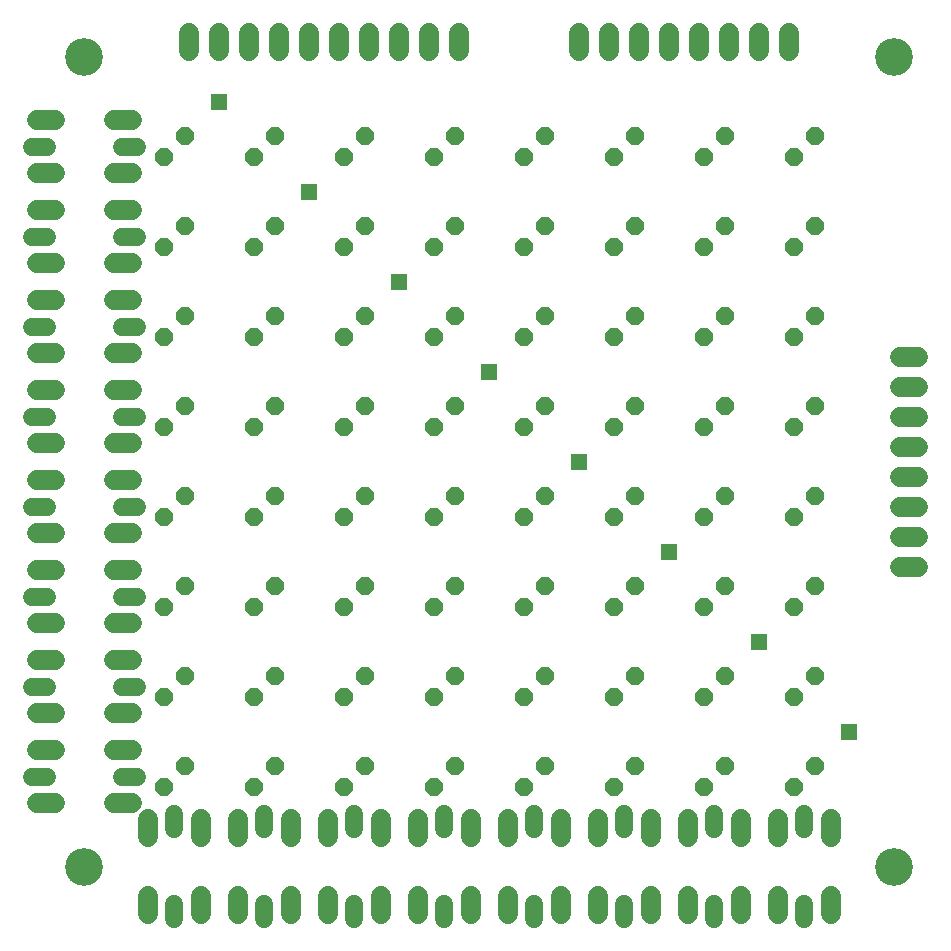
<source format=gbs>
G75*
G70*
%OFA0B0*%
%FSLAX24Y24*%
%IPPOS*%
%LPD*%
%AMOC8*
5,1,8,0,0,1.08239X$1,22.5*
%
%ADD10C,0.0120*%
%ADD11C,0.0680*%
%ADD12C,0.1261*%
%ADD13C,0.0600*%
%ADD14R,0.0555X0.0555*%
D10*
X005676Y007584D02*
X005736Y007644D01*
X005736Y007446D01*
X005596Y007306D01*
X005398Y007306D01*
X005258Y007446D01*
X005258Y007644D01*
X005398Y007784D01*
X005596Y007784D01*
X005736Y007644D01*
X005646Y007607D01*
X005646Y007483D01*
X005559Y007396D01*
X005435Y007396D01*
X005348Y007483D01*
X005348Y007607D01*
X005435Y007694D01*
X005559Y007694D01*
X005646Y007607D01*
X005556Y007570D01*
X005556Y007520D01*
X005522Y007486D01*
X005472Y007486D01*
X005438Y007520D01*
X005438Y007570D01*
X005472Y007604D01*
X005522Y007604D01*
X005556Y007570D01*
X006383Y008291D02*
X006443Y008351D01*
X006443Y008153D01*
X006303Y008013D01*
X006105Y008013D01*
X005965Y008153D01*
X005965Y008351D01*
X006105Y008491D01*
X006303Y008491D01*
X006443Y008351D01*
X006353Y008314D01*
X006353Y008190D01*
X006266Y008103D01*
X006142Y008103D01*
X006055Y008190D01*
X006055Y008314D01*
X006142Y008401D01*
X006266Y008401D01*
X006353Y008314D01*
X006263Y008277D01*
X006263Y008227D01*
X006229Y008193D01*
X006179Y008193D01*
X006145Y008227D01*
X006145Y008277D01*
X006179Y008311D01*
X006229Y008311D01*
X006263Y008277D01*
X005676Y010584D02*
X005736Y010644D01*
X005736Y010446D01*
X005596Y010306D01*
X005398Y010306D01*
X005258Y010446D01*
X005258Y010644D01*
X005398Y010784D01*
X005596Y010784D01*
X005736Y010644D01*
X005646Y010607D01*
X005646Y010483D01*
X005559Y010396D01*
X005435Y010396D01*
X005348Y010483D01*
X005348Y010607D01*
X005435Y010694D01*
X005559Y010694D01*
X005646Y010607D01*
X005556Y010570D01*
X005556Y010520D01*
X005522Y010486D01*
X005472Y010486D01*
X005438Y010520D01*
X005438Y010570D01*
X005472Y010604D01*
X005522Y010604D01*
X005556Y010570D01*
X006383Y011291D02*
X006443Y011351D01*
X006443Y011153D01*
X006303Y011013D01*
X006105Y011013D01*
X005965Y011153D01*
X005965Y011351D01*
X006105Y011491D01*
X006303Y011491D01*
X006443Y011351D01*
X006353Y011314D01*
X006353Y011190D01*
X006266Y011103D01*
X006142Y011103D01*
X006055Y011190D01*
X006055Y011314D01*
X006142Y011401D01*
X006266Y011401D01*
X006353Y011314D01*
X006263Y011277D01*
X006263Y011227D01*
X006229Y011193D01*
X006179Y011193D01*
X006145Y011227D01*
X006145Y011277D01*
X006179Y011311D01*
X006229Y011311D01*
X006263Y011277D01*
X008676Y010584D02*
X008736Y010644D01*
X008736Y010446D01*
X008596Y010306D01*
X008398Y010306D01*
X008258Y010446D01*
X008258Y010644D01*
X008398Y010784D01*
X008596Y010784D01*
X008736Y010644D01*
X008646Y010607D01*
X008646Y010483D01*
X008559Y010396D01*
X008435Y010396D01*
X008348Y010483D01*
X008348Y010607D01*
X008435Y010694D01*
X008559Y010694D01*
X008646Y010607D01*
X008556Y010570D01*
X008556Y010520D01*
X008522Y010486D01*
X008472Y010486D01*
X008438Y010520D01*
X008438Y010570D01*
X008472Y010604D01*
X008522Y010604D01*
X008556Y010570D01*
X009383Y011291D02*
X009443Y011351D01*
X009443Y011153D01*
X009303Y011013D01*
X009105Y011013D01*
X008965Y011153D01*
X008965Y011351D01*
X009105Y011491D01*
X009303Y011491D01*
X009443Y011351D01*
X009353Y011314D01*
X009353Y011190D01*
X009266Y011103D01*
X009142Y011103D01*
X009055Y011190D01*
X009055Y011314D01*
X009142Y011401D01*
X009266Y011401D01*
X009353Y011314D01*
X009263Y011277D01*
X009263Y011227D01*
X009229Y011193D01*
X009179Y011193D01*
X009145Y011227D01*
X009145Y011277D01*
X009179Y011311D01*
X009229Y011311D01*
X009263Y011277D01*
X011676Y010584D02*
X011736Y010644D01*
X011736Y010446D01*
X011596Y010306D01*
X011398Y010306D01*
X011258Y010446D01*
X011258Y010644D01*
X011398Y010784D01*
X011596Y010784D01*
X011736Y010644D01*
X011646Y010607D01*
X011646Y010483D01*
X011559Y010396D01*
X011435Y010396D01*
X011348Y010483D01*
X011348Y010607D01*
X011435Y010694D01*
X011559Y010694D01*
X011646Y010607D01*
X011556Y010570D01*
X011556Y010520D01*
X011522Y010486D01*
X011472Y010486D01*
X011438Y010520D01*
X011438Y010570D01*
X011472Y010604D01*
X011522Y010604D01*
X011556Y010570D01*
X012383Y011291D02*
X012443Y011351D01*
X012443Y011153D01*
X012303Y011013D01*
X012105Y011013D01*
X011965Y011153D01*
X011965Y011351D01*
X012105Y011491D01*
X012303Y011491D01*
X012443Y011351D01*
X012353Y011314D01*
X012353Y011190D01*
X012266Y011103D01*
X012142Y011103D01*
X012055Y011190D01*
X012055Y011314D01*
X012142Y011401D01*
X012266Y011401D01*
X012353Y011314D01*
X012263Y011277D01*
X012263Y011227D01*
X012229Y011193D01*
X012179Y011193D01*
X012145Y011227D01*
X012145Y011277D01*
X012179Y011311D01*
X012229Y011311D01*
X012263Y011277D01*
X014676Y010584D02*
X014736Y010644D01*
X014736Y010446D01*
X014596Y010306D01*
X014398Y010306D01*
X014258Y010446D01*
X014258Y010644D01*
X014398Y010784D01*
X014596Y010784D01*
X014736Y010644D01*
X014646Y010607D01*
X014646Y010483D01*
X014559Y010396D01*
X014435Y010396D01*
X014348Y010483D01*
X014348Y010607D01*
X014435Y010694D01*
X014559Y010694D01*
X014646Y010607D01*
X014556Y010570D01*
X014556Y010520D01*
X014522Y010486D01*
X014472Y010486D01*
X014438Y010520D01*
X014438Y010570D01*
X014472Y010604D01*
X014522Y010604D01*
X014556Y010570D01*
X015383Y011291D02*
X015443Y011351D01*
X015443Y011153D01*
X015303Y011013D01*
X015105Y011013D01*
X014965Y011153D01*
X014965Y011351D01*
X015105Y011491D01*
X015303Y011491D01*
X015443Y011351D01*
X015353Y011314D01*
X015353Y011190D01*
X015266Y011103D01*
X015142Y011103D01*
X015055Y011190D01*
X015055Y011314D01*
X015142Y011401D01*
X015266Y011401D01*
X015353Y011314D01*
X015263Y011277D01*
X015263Y011227D01*
X015229Y011193D01*
X015179Y011193D01*
X015145Y011227D01*
X015145Y011277D01*
X015179Y011311D01*
X015229Y011311D01*
X015263Y011277D01*
X017676Y010584D02*
X017736Y010644D01*
X017736Y010446D01*
X017596Y010306D01*
X017398Y010306D01*
X017258Y010446D01*
X017258Y010644D01*
X017398Y010784D01*
X017596Y010784D01*
X017736Y010644D01*
X017646Y010607D01*
X017646Y010483D01*
X017559Y010396D01*
X017435Y010396D01*
X017348Y010483D01*
X017348Y010607D01*
X017435Y010694D01*
X017559Y010694D01*
X017646Y010607D01*
X017556Y010570D01*
X017556Y010520D01*
X017522Y010486D01*
X017472Y010486D01*
X017438Y010520D01*
X017438Y010570D01*
X017472Y010604D01*
X017522Y010604D01*
X017556Y010570D01*
X018383Y011291D02*
X018443Y011351D01*
X018443Y011153D01*
X018303Y011013D01*
X018105Y011013D01*
X017965Y011153D01*
X017965Y011351D01*
X018105Y011491D01*
X018303Y011491D01*
X018443Y011351D01*
X018353Y011314D01*
X018353Y011190D01*
X018266Y011103D01*
X018142Y011103D01*
X018055Y011190D01*
X018055Y011314D01*
X018142Y011401D01*
X018266Y011401D01*
X018353Y011314D01*
X018263Y011277D01*
X018263Y011227D01*
X018229Y011193D01*
X018179Y011193D01*
X018145Y011227D01*
X018145Y011277D01*
X018179Y011311D01*
X018229Y011311D01*
X018263Y011277D01*
X020676Y010584D02*
X020736Y010644D01*
X020736Y010446D01*
X020596Y010306D01*
X020398Y010306D01*
X020258Y010446D01*
X020258Y010644D01*
X020398Y010784D01*
X020596Y010784D01*
X020736Y010644D01*
X020646Y010607D01*
X020646Y010483D01*
X020559Y010396D01*
X020435Y010396D01*
X020348Y010483D01*
X020348Y010607D01*
X020435Y010694D01*
X020559Y010694D01*
X020646Y010607D01*
X020556Y010570D01*
X020556Y010520D01*
X020522Y010486D01*
X020472Y010486D01*
X020438Y010520D01*
X020438Y010570D01*
X020472Y010604D01*
X020522Y010604D01*
X020556Y010570D01*
X021383Y011291D02*
X021443Y011351D01*
X021443Y011153D01*
X021303Y011013D01*
X021105Y011013D01*
X020965Y011153D01*
X020965Y011351D01*
X021105Y011491D01*
X021303Y011491D01*
X021443Y011351D01*
X021353Y011314D01*
X021353Y011190D01*
X021266Y011103D01*
X021142Y011103D01*
X021055Y011190D01*
X021055Y011314D01*
X021142Y011401D01*
X021266Y011401D01*
X021353Y011314D01*
X021263Y011277D01*
X021263Y011227D01*
X021229Y011193D01*
X021179Y011193D01*
X021145Y011227D01*
X021145Y011277D01*
X021179Y011311D01*
X021229Y011311D01*
X021263Y011277D01*
X023676Y010584D02*
X023736Y010644D01*
X023736Y010446D01*
X023596Y010306D01*
X023398Y010306D01*
X023258Y010446D01*
X023258Y010644D01*
X023398Y010784D01*
X023596Y010784D01*
X023736Y010644D01*
X023646Y010607D01*
X023646Y010483D01*
X023559Y010396D01*
X023435Y010396D01*
X023348Y010483D01*
X023348Y010607D01*
X023435Y010694D01*
X023559Y010694D01*
X023646Y010607D01*
X023556Y010570D01*
X023556Y010520D01*
X023522Y010486D01*
X023472Y010486D01*
X023438Y010520D01*
X023438Y010570D01*
X023472Y010604D01*
X023522Y010604D01*
X023556Y010570D01*
X024383Y011291D02*
X024443Y011351D01*
X024443Y011153D01*
X024303Y011013D01*
X024105Y011013D01*
X023965Y011153D01*
X023965Y011351D01*
X024105Y011491D01*
X024303Y011491D01*
X024443Y011351D01*
X024353Y011314D01*
X024353Y011190D01*
X024266Y011103D01*
X024142Y011103D01*
X024055Y011190D01*
X024055Y011314D01*
X024142Y011401D01*
X024266Y011401D01*
X024353Y011314D01*
X024263Y011277D01*
X024263Y011227D01*
X024229Y011193D01*
X024179Y011193D01*
X024145Y011227D01*
X024145Y011277D01*
X024179Y011311D01*
X024229Y011311D01*
X024263Y011277D01*
X026676Y010584D02*
X026736Y010644D01*
X026736Y010446D01*
X026596Y010306D01*
X026398Y010306D01*
X026258Y010446D01*
X026258Y010644D01*
X026398Y010784D01*
X026596Y010784D01*
X026736Y010644D01*
X026646Y010607D01*
X026646Y010483D01*
X026559Y010396D01*
X026435Y010396D01*
X026348Y010483D01*
X026348Y010607D01*
X026435Y010694D01*
X026559Y010694D01*
X026646Y010607D01*
X026556Y010570D01*
X026556Y010520D01*
X026522Y010486D01*
X026472Y010486D01*
X026438Y010520D01*
X026438Y010570D01*
X026472Y010604D01*
X026522Y010604D01*
X026556Y010570D01*
X027383Y011291D02*
X027443Y011351D01*
X027443Y011153D01*
X027303Y011013D01*
X027105Y011013D01*
X026965Y011153D01*
X026965Y011351D01*
X027105Y011491D01*
X027303Y011491D01*
X027443Y011351D01*
X027353Y011314D01*
X027353Y011190D01*
X027266Y011103D01*
X027142Y011103D01*
X027055Y011190D01*
X027055Y011314D01*
X027142Y011401D01*
X027266Y011401D01*
X027353Y011314D01*
X027263Y011277D01*
X027263Y011227D01*
X027229Y011193D01*
X027179Y011193D01*
X027145Y011227D01*
X027145Y011277D01*
X027179Y011311D01*
X027229Y011311D01*
X027263Y011277D01*
X026676Y013584D02*
X026736Y013644D01*
X026736Y013446D01*
X026596Y013306D01*
X026398Y013306D01*
X026258Y013446D01*
X026258Y013644D01*
X026398Y013784D01*
X026596Y013784D01*
X026736Y013644D01*
X026646Y013607D01*
X026646Y013483D01*
X026559Y013396D01*
X026435Y013396D01*
X026348Y013483D01*
X026348Y013607D01*
X026435Y013694D01*
X026559Y013694D01*
X026646Y013607D01*
X026556Y013570D01*
X026556Y013520D01*
X026522Y013486D01*
X026472Y013486D01*
X026438Y013520D01*
X026438Y013570D01*
X026472Y013604D01*
X026522Y013604D01*
X026556Y013570D01*
X027383Y014291D02*
X027443Y014351D01*
X027443Y014153D01*
X027303Y014013D01*
X027105Y014013D01*
X026965Y014153D01*
X026965Y014351D01*
X027105Y014491D01*
X027303Y014491D01*
X027443Y014351D01*
X027353Y014314D01*
X027353Y014190D01*
X027266Y014103D01*
X027142Y014103D01*
X027055Y014190D01*
X027055Y014314D01*
X027142Y014401D01*
X027266Y014401D01*
X027353Y014314D01*
X027263Y014277D01*
X027263Y014227D01*
X027229Y014193D01*
X027179Y014193D01*
X027145Y014227D01*
X027145Y014277D01*
X027179Y014311D01*
X027229Y014311D01*
X027263Y014277D01*
X026676Y016584D02*
X026736Y016644D01*
X026736Y016446D01*
X026596Y016306D01*
X026398Y016306D01*
X026258Y016446D01*
X026258Y016644D01*
X026398Y016784D01*
X026596Y016784D01*
X026736Y016644D01*
X026646Y016607D01*
X026646Y016483D01*
X026559Y016396D01*
X026435Y016396D01*
X026348Y016483D01*
X026348Y016607D01*
X026435Y016694D01*
X026559Y016694D01*
X026646Y016607D01*
X026556Y016570D01*
X026556Y016520D01*
X026522Y016486D01*
X026472Y016486D01*
X026438Y016520D01*
X026438Y016570D01*
X026472Y016604D01*
X026522Y016604D01*
X026556Y016570D01*
X027383Y017291D02*
X027443Y017351D01*
X027443Y017153D01*
X027303Y017013D01*
X027105Y017013D01*
X026965Y017153D01*
X026965Y017351D01*
X027105Y017491D01*
X027303Y017491D01*
X027443Y017351D01*
X027353Y017314D01*
X027353Y017190D01*
X027266Y017103D01*
X027142Y017103D01*
X027055Y017190D01*
X027055Y017314D01*
X027142Y017401D01*
X027266Y017401D01*
X027353Y017314D01*
X027263Y017277D01*
X027263Y017227D01*
X027229Y017193D01*
X027179Y017193D01*
X027145Y017227D01*
X027145Y017277D01*
X027179Y017311D01*
X027229Y017311D01*
X027263Y017277D01*
X026676Y019584D02*
X026736Y019644D01*
X026736Y019446D01*
X026596Y019306D01*
X026398Y019306D01*
X026258Y019446D01*
X026258Y019644D01*
X026398Y019784D01*
X026596Y019784D01*
X026736Y019644D01*
X026646Y019607D01*
X026646Y019483D01*
X026559Y019396D01*
X026435Y019396D01*
X026348Y019483D01*
X026348Y019607D01*
X026435Y019694D01*
X026559Y019694D01*
X026646Y019607D01*
X026556Y019570D01*
X026556Y019520D01*
X026522Y019486D01*
X026472Y019486D01*
X026438Y019520D01*
X026438Y019570D01*
X026472Y019604D01*
X026522Y019604D01*
X026556Y019570D01*
X027383Y020291D02*
X027443Y020351D01*
X027443Y020153D01*
X027303Y020013D01*
X027105Y020013D01*
X026965Y020153D01*
X026965Y020351D01*
X027105Y020491D01*
X027303Y020491D01*
X027443Y020351D01*
X027353Y020314D01*
X027353Y020190D01*
X027266Y020103D01*
X027142Y020103D01*
X027055Y020190D01*
X027055Y020314D01*
X027142Y020401D01*
X027266Y020401D01*
X027353Y020314D01*
X027263Y020277D01*
X027263Y020227D01*
X027229Y020193D01*
X027179Y020193D01*
X027145Y020227D01*
X027145Y020277D01*
X027179Y020311D01*
X027229Y020311D01*
X027263Y020277D01*
X026676Y022584D02*
X026736Y022644D01*
X026736Y022446D01*
X026596Y022306D01*
X026398Y022306D01*
X026258Y022446D01*
X026258Y022644D01*
X026398Y022784D01*
X026596Y022784D01*
X026736Y022644D01*
X026646Y022607D01*
X026646Y022483D01*
X026559Y022396D01*
X026435Y022396D01*
X026348Y022483D01*
X026348Y022607D01*
X026435Y022694D01*
X026559Y022694D01*
X026646Y022607D01*
X026556Y022570D01*
X026556Y022520D01*
X026522Y022486D01*
X026472Y022486D01*
X026438Y022520D01*
X026438Y022570D01*
X026472Y022604D01*
X026522Y022604D01*
X026556Y022570D01*
X027383Y023291D02*
X027443Y023351D01*
X027443Y023153D01*
X027303Y023013D01*
X027105Y023013D01*
X026965Y023153D01*
X026965Y023351D01*
X027105Y023491D01*
X027303Y023491D01*
X027443Y023351D01*
X027353Y023314D01*
X027353Y023190D01*
X027266Y023103D01*
X027142Y023103D01*
X027055Y023190D01*
X027055Y023314D01*
X027142Y023401D01*
X027266Y023401D01*
X027353Y023314D01*
X027263Y023277D01*
X027263Y023227D01*
X027229Y023193D01*
X027179Y023193D01*
X027145Y023227D01*
X027145Y023277D01*
X027179Y023311D01*
X027229Y023311D01*
X027263Y023277D01*
X026676Y025584D02*
X026736Y025644D01*
X026736Y025446D01*
X026596Y025306D01*
X026398Y025306D01*
X026258Y025446D01*
X026258Y025644D01*
X026398Y025784D01*
X026596Y025784D01*
X026736Y025644D01*
X026646Y025607D01*
X026646Y025483D01*
X026559Y025396D01*
X026435Y025396D01*
X026348Y025483D01*
X026348Y025607D01*
X026435Y025694D01*
X026559Y025694D01*
X026646Y025607D01*
X026556Y025570D01*
X026556Y025520D01*
X026522Y025486D01*
X026472Y025486D01*
X026438Y025520D01*
X026438Y025570D01*
X026472Y025604D01*
X026522Y025604D01*
X026556Y025570D01*
X027383Y026291D02*
X027443Y026351D01*
X027443Y026153D01*
X027303Y026013D01*
X027105Y026013D01*
X026965Y026153D01*
X026965Y026351D01*
X027105Y026491D01*
X027303Y026491D01*
X027443Y026351D01*
X027353Y026314D01*
X027353Y026190D01*
X027266Y026103D01*
X027142Y026103D01*
X027055Y026190D01*
X027055Y026314D01*
X027142Y026401D01*
X027266Y026401D01*
X027353Y026314D01*
X027263Y026277D01*
X027263Y026227D01*
X027229Y026193D01*
X027179Y026193D01*
X027145Y026227D01*
X027145Y026277D01*
X027179Y026311D01*
X027229Y026311D01*
X027263Y026277D01*
X026676Y028584D02*
X026736Y028644D01*
X026736Y028446D01*
X026596Y028306D01*
X026398Y028306D01*
X026258Y028446D01*
X026258Y028644D01*
X026398Y028784D01*
X026596Y028784D01*
X026736Y028644D01*
X026646Y028607D01*
X026646Y028483D01*
X026559Y028396D01*
X026435Y028396D01*
X026348Y028483D01*
X026348Y028607D01*
X026435Y028694D01*
X026559Y028694D01*
X026646Y028607D01*
X026556Y028570D01*
X026556Y028520D01*
X026522Y028486D01*
X026472Y028486D01*
X026438Y028520D01*
X026438Y028570D01*
X026472Y028604D01*
X026522Y028604D01*
X026556Y028570D01*
X027383Y029291D02*
X027443Y029351D01*
X027443Y029153D01*
X027303Y029013D01*
X027105Y029013D01*
X026965Y029153D01*
X026965Y029351D01*
X027105Y029491D01*
X027303Y029491D01*
X027443Y029351D01*
X027353Y029314D01*
X027353Y029190D01*
X027266Y029103D01*
X027142Y029103D01*
X027055Y029190D01*
X027055Y029314D01*
X027142Y029401D01*
X027266Y029401D01*
X027353Y029314D01*
X027263Y029277D01*
X027263Y029227D01*
X027229Y029193D01*
X027179Y029193D01*
X027145Y029227D01*
X027145Y029277D01*
X027179Y029311D01*
X027229Y029311D01*
X027263Y029277D01*
X024383Y029291D02*
X024443Y029351D01*
X024443Y029153D01*
X024303Y029013D01*
X024105Y029013D01*
X023965Y029153D01*
X023965Y029351D01*
X024105Y029491D01*
X024303Y029491D01*
X024443Y029351D01*
X024353Y029314D01*
X024353Y029190D01*
X024266Y029103D01*
X024142Y029103D01*
X024055Y029190D01*
X024055Y029314D01*
X024142Y029401D01*
X024266Y029401D01*
X024353Y029314D01*
X024263Y029277D01*
X024263Y029227D01*
X024229Y029193D01*
X024179Y029193D01*
X024145Y029227D01*
X024145Y029277D01*
X024179Y029311D01*
X024229Y029311D01*
X024263Y029277D01*
X023676Y028584D02*
X023736Y028644D01*
X023736Y028446D01*
X023596Y028306D01*
X023398Y028306D01*
X023258Y028446D01*
X023258Y028644D01*
X023398Y028784D01*
X023596Y028784D01*
X023736Y028644D01*
X023646Y028607D01*
X023646Y028483D01*
X023559Y028396D01*
X023435Y028396D01*
X023348Y028483D01*
X023348Y028607D01*
X023435Y028694D01*
X023559Y028694D01*
X023646Y028607D01*
X023556Y028570D01*
X023556Y028520D01*
X023522Y028486D01*
X023472Y028486D01*
X023438Y028520D01*
X023438Y028570D01*
X023472Y028604D01*
X023522Y028604D01*
X023556Y028570D01*
X024383Y026291D02*
X024443Y026351D01*
X024443Y026153D01*
X024303Y026013D01*
X024105Y026013D01*
X023965Y026153D01*
X023965Y026351D01*
X024105Y026491D01*
X024303Y026491D01*
X024443Y026351D01*
X024353Y026314D01*
X024353Y026190D01*
X024266Y026103D01*
X024142Y026103D01*
X024055Y026190D01*
X024055Y026314D01*
X024142Y026401D01*
X024266Y026401D01*
X024353Y026314D01*
X024263Y026277D01*
X024263Y026227D01*
X024229Y026193D01*
X024179Y026193D01*
X024145Y026227D01*
X024145Y026277D01*
X024179Y026311D01*
X024229Y026311D01*
X024263Y026277D01*
X023676Y025584D02*
X023736Y025644D01*
X023736Y025446D01*
X023596Y025306D01*
X023398Y025306D01*
X023258Y025446D01*
X023258Y025644D01*
X023398Y025784D01*
X023596Y025784D01*
X023736Y025644D01*
X023646Y025607D01*
X023646Y025483D01*
X023559Y025396D01*
X023435Y025396D01*
X023348Y025483D01*
X023348Y025607D01*
X023435Y025694D01*
X023559Y025694D01*
X023646Y025607D01*
X023556Y025570D01*
X023556Y025520D01*
X023522Y025486D01*
X023472Y025486D01*
X023438Y025520D01*
X023438Y025570D01*
X023472Y025604D01*
X023522Y025604D01*
X023556Y025570D01*
X024383Y023291D02*
X024443Y023351D01*
X024443Y023153D01*
X024303Y023013D01*
X024105Y023013D01*
X023965Y023153D01*
X023965Y023351D01*
X024105Y023491D01*
X024303Y023491D01*
X024443Y023351D01*
X024353Y023314D01*
X024353Y023190D01*
X024266Y023103D01*
X024142Y023103D01*
X024055Y023190D01*
X024055Y023314D01*
X024142Y023401D01*
X024266Y023401D01*
X024353Y023314D01*
X024263Y023277D01*
X024263Y023227D01*
X024229Y023193D01*
X024179Y023193D01*
X024145Y023227D01*
X024145Y023277D01*
X024179Y023311D01*
X024229Y023311D01*
X024263Y023277D01*
X023676Y022584D02*
X023736Y022644D01*
X023736Y022446D01*
X023596Y022306D01*
X023398Y022306D01*
X023258Y022446D01*
X023258Y022644D01*
X023398Y022784D01*
X023596Y022784D01*
X023736Y022644D01*
X023646Y022607D01*
X023646Y022483D01*
X023559Y022396D01*
X023435Y022396D01*
X023348Y022483D01*
X023348Y022607D01*
X023435Y022694D01*
X023559Y022694D01*
X023646Y022607D01*
X023556Y022570D01*
X023556Y022520D01*
X023522Y022486D01*
X023472Y022486D01*
X023438Y022520D01*
X023438Y022570D01*
X023472Y022604D01*
X023522Y022604D01*
X023556Y022570D01*
X024383Y020291D02*
X024443Y020351D01*
X024443Y020153D01*
X024303Y020013D01*
X024105Y020013D01*
X023965Y020153D01*
X023965Y020351D01*
X024105Y020491D01*
X024303Y020491D01*
X024443Y020351D01*
X024353Y020314D01*
X024353Y020190D01*
X024266Y020103D01*
X024142Y020103D01*
X024055Y020190D01*
X024055Y020314D01*
X024142Y020401D01*
X024266Y020401D01*
X024353Y020314D01*
X024263Y020277D01*
X024263Y020227D01*
X024229Y020193D01*
X024179Y020193D01*
X024145Y020227D01*
X024145Y020277D01*
X024179Y020311D01*
X024229Y020311D01*
X024263Y020277D01*
X023676Y019584D02*
X023736Y019644D01*
X023736Y019446D01*
X023596Y019306D01*
X023398Y019306D01*
X023258Y019446D01*
X023258Y019644D01*
X023398Y019784D01*
X023596Y019784D01*
X023736Y019644D01*
X023646Y019607D01*
X023646Y019483D01*
X023559Y019396D01*
X023435Y019396D01*
X023348Y019483D01*
X023348Y019607D01*
X023435Y019694D01*
X023559Y019694D01*
X023646Y019607D01*
X023556Y019570D01*
X023556Y019520D01*
X023522Y019486D01*
X023472Y019486D01*
X023438Y019520D01*
X023438Y019570D01*
X023472Y019604D01*
X023522Y019604D01*
X023556Y019570D01*
X024383Y017291D02*
X024443Y017351D01*
X024443Y017153D01*
X024303Y017013D01*
X024105Y017013D01*
X023965Y017153D01*
X023965Y017351D01*
X024105Y017491D01*
X024303Y017491D01*
X024443Y017351D01*
X024353Y017314D01*
X024353Y017190D01*
X024266Y017103D01*
X024142Y017103D01*
X024055Y017190D01*
X024055Y017314D01*
X024142Y017401D01*
X024266Y017401D01*
X024353Y017314D01*
X024263Y017277D01*
X024263Y017227D01*
X024229Y017193D01*
X024179Y017193D01*
X024145Y017227D01*
X024145Y017277D01*
X024179Y017311D01*
X024229Y017311D01*
X024263Y017277D01*
X023676Y016584D02*
X023736Y016644D01*
X023736Y016446D01*
X023596Y016306D01*
X023398Y016306D01*
X023258Y016446D01*
X023258Y016644D01*
X023398Y016784D01*
X023596Y016784D01*
X023736Y016644D01*
X023646Y016607D01*
X023646Y016483D01*
X023559Y016396D01*
X023435Y016396D01*
X023348Y016483D01*
X023348Y016607D01*
X023435Y016694D01*
X023559Y016694D01*
X023646Y016607D01*
X023556Y016570D01*
X023556Y016520D01*
X023522Y016486D01*
X023472Y016486D01*
X023438Y016520D01*
X023438Y016570D01*
X023472Y016604D01*
X023522Y016604D01*
X023556Y016570D01*
X024383Y014291D02*
X024443Y014351D01*
X024443Y014153D01*
X024303Y014013D01*
X024105Y014013D01*
X023965Y014153D01*
X023965Y014351D01*
X024105Y014491D01*
X024303Y014491D01*
X024443Y014351D01*
X024353Y014314D01*
X024353Y014190D01*
X024266Y014103D01*
X024142Y014103D01*
X024055Y014190D01*
X024055Y014314D01*
X024142Y014401D01*
X024266Y014401D01*
X024353Y014314D01*
X024263Y014277D01*
X024263Y014227D01*
X024229Y014193D01*
X024179Y014193D01*
X024145Y014227D01*
X024145Y014277D01*
X024179Y014311D01*
X024229Y014311D01*
X024263Y014277D01*
X023676Y013584D02*
X023736Y013644D01*
X023736Y013446D01*
X023596Y013306D01*
X023398Y013306D01*
X023258Y013446D01*
X023258Y013644D01*
X023398Y013784D01*
X023596Y013784D01*
X023736Y013644D01*
X023646Y013607D01*
X023646Y013483D01*
X023559Y013396D01*
X023435Y013396D01*
X023348Y013483D01*
X023348Y013607D01*
X023435Y013694D01*
X023559Y013694D01*
X023646Y013607D01*
X023556Y013570D01*
X023556Y013520D01*
X023522Y013486D01*
X023472Y013486D01*
X023438Y013520D01*
X023438Y013570D01*
X023472Y013604D01*
X023522Y013604D01*
X023556Y013570D01*
X021383Y014291D02*
X021443Y014351D01*
X021443Y014153D01*
X021303Y014013D01*
X021105Y014013D01*
X020965Y014153D01*
X020965Y014351D01*
X021105Y014491D01*
X021303Y014491D01*
X021443Y014351D01*
X021353Y014314D01*
X021353Y014190D01*
X021266Y014103D01*
X021142Y014103D01*
X021055Y014190D01*
X021055Y014314D01*
X021142Y014401D01*
X021266Y014401D01*
X021353Y014314D01*
X021263Y014277D01*
X021263Y014227D01*
X021229Y014193D01*
X021179Y014193D01*
X021145Y014227D01*
X021145Y014277D01*
X021179Y014311D01*
X021229Y014311D01*
X021263Y014277D01*
X020676Y013584D02*
X020736Y013644D01*
X020736Y013446D01*
X020596Y013306D01*
X020398Y013306D01*
X020258Y013446D01*
X020258Y013644D01*
X020398Y013784D01*
X020596Y013784D01*
X020736Y013644D01*
X020646Y013607D01*
X020646Y013483D01*
X020559Y013396D01*
X020435Y013396D01*
X020348Y013483D01*
X020348Y013607D01*
X020435Y013694D01*
X020559Y013694D01*
X020646Y013607D01*
X020556Y013570D01*
X020556Y013520D01*
X020522Y013486D01*
X020472Y013486D01*
X020438Y013520D01*
X020438Y013570D01*
X020472Y013604D01*
X020522Y013604D01*
X020556Y013570D01*
X018383Y014291D02*
X018443Y014351D01*
X018443Y014153D01*
X018303Y014013D01*
X018105Y014013D01*
X017965Y014153D01*
X017965Y014351D01*
X018105Y014491D01*
X018303Y014491D01*
X018443Y014351D01*
X018353Y014314D01*
X018353Y014190D01*
X018266Y014103D01*
X018142Y014103D01*
X018055Y014190D01*
X018055Y014314D01*
X018142Y014401D01*
X018266Y014401D01*
X018353Y014314D01*
X018263Y014277D01*
X018263Y014227D01*
X018229Y014193D01*
X018179Y014193D01*
X018145Y014227D01*
X018145Y014277D01*
X018179Y014311D01*
X018229Y014311D01*
X018263Y014277D01*
X017676Y013584D02*
X017736Y013644D01*
X017736Y013446D01*
X017596Y013306D01*
X017398Y013306D01*
X017258Y013446D01*
X017258Y013644D01*
X017398Y013784D01*
X017596Y013784D01*
X017736Y013644D01*
X017646Y013607D01*
X017646Y013483D01*
X017559Y013396D01*
X017435Y013396D01*
X017348Y013483D01*
X017348Y013607D01*
X017435Y013694D01*
X017559Y013694D01*
X017646Y013607D01*
X017556Y013570D01*
X017556Y013520D01*
X017522Y013486D01*
X017472Y013486D01*
X017438Y013520D01*
X017438Y013570D01*
X017472Y013604D01*
X017522Y013604D01*
X017556Y013570D01*
X015383Y014291D02*
X015443Y014351D01*
X015443Y014153D01*
X015303Y014013D01*
X015105Y014013D01*
X014965Y014153D01*
X014965Y014351D01*
X015105Y014491D01*
X015303Y014491D01*
X015443Y014351D01*
X015353Y014314D01*
X015353Y014190D01*
X015266Y014103D01*
X015142Y014103D01*
X015055Y014190D01*
X015055Y014314D01*
X015142Y014401D01*
X015266Y014401D01*
X015353Y014314D01*
X015263Y014277D01*
X015263Y014227D01*
X015229Y014193D01*
X015179Y014193D01*
X015145Y014227D01*
X015145Y014277D01*
X015179Y014311D01*
X015229Y014311D01*
X015263Y014277D01*
X014676Y013584D02*
X014736Y013644D01*
X014736Y013446D01*
X014596Y013306D01*
X014398Y013306D01*
X014258Y013446D01*
X014258Y013644D01*
X014398Y013784D01*
X014596Y013784D01*
X014736Y013644D01*
X014646Y013607D01*
X014646Y013483D01*
X014559Y013396D01*
X014435Y013396D01*
X014348Y013483D01*
X014348Y013607D01*
X014435Y013694D01*
X014559Y013694D01*
X014646Y013607D01*
X014556Y013570D01*
X014556Y013520D01*
X014522Y013486D01*
X014472Y013486D01*
X014438Y013520D01*
X014438Y013570D01*
X014472Y013604D01*
X014522Y013604D01*
X014556Y013570D01*
X012383Y014291D02*
X012443Y014351D01*
X012443Y014153D01*
X012303Y014013D01*
X012105Y014013D01*
X011965Y014153D01*
X011965Y014351D01*
X012105Y014491D01*
X012303Y014491D01*
X012443Y014351D01*
X012353Y014314D01*
X012353Y014190D01*
X012266Y014103D01*
X012142Y014103D01*
X012055Y014190D01*
X012055Y014314D01*
X012142Y014401D01*
X012266Y014401D01*
X012353Y014314D01*
X012263Y014277D01*
X012263Y014227D01*
X012229Y014193D01*
X012179Y014193D01*
X012145Y014227D01*
X012145Y014277D01*
X012179Y014311D01*
X012229Y014311D01*
X012263Y014277D01*
X011676Y013584D02*
X011736Y013644D01*
X011736Y013446D01*
X011596Y013306D01*
X011398Y013306D01*
X011258Y013446D01*
X011258Y013644D01*
X011398Y013784D01*
X011596Y013784D01*
X011736Y013644D01*
X011646Y013607D01*
X011646Y013483D01*
X011559Y013396D01*
X011435Y013396D01*
X011348Y013483D01*
X011348Y013607D01*
X011435Y013694D01*
X011559Y013694D01*
X011646Y013607D01*
X011556Y013570D01*
X011556Y013520D01*
X011522Y013486D01*
X011472Y013486D01*
X011438Y013520D01*
X011438Y013570D01*
X011472Y013604D01*
X011522Y013604D01*
X011556Y013570D01*
X009383Y014291D02*
X009443Y014351D01*
X009443Y014153D01*
X009303Y014013D01*
X009105Y014013D01*
X008965Y014153D01*
X008965Y014351D01*
X009105Y014491D01*
X009303Y014491D01*
X009443Y014351D01*
X009353Y014314D01*
X009353Y014190D01*
X009266Y014103D01*
X009142Y014103D01*
X009055Y014190D01*
X009055Y014314D01*
X009142Y014401D01*
X009266Y014401D01*
X009353Y014314D01*
X009263Y014277D01*
X009263Y014227D01*
X009229Y014193D01*
X009179Y014193D01*
X009145Y014227D01*
X009145Y014277D01*
X009179Y014311D01*
X009229Y014311D01*
X009263Y014277D01*
X008676Y013584D02*
X008736Y013644D01*
X008736Y013446D01*
X008596Y013306D01*
X008398Y013306D01*
X008258Y013446D01*
X008258Y013644D01*
X008398Y013784D01*
X008596Y013784D01*
X008736Y013644D01*
X008646Y013607D01*
X008646Y013483D01*
X008559Y013396D01*
X008435Y013396D01*
X008348Y013483D01*
X008348Y013607D01*
X008435Y013694D01*
X008559Y013694D01*
X008646Y013607D01*
X008556Y013570D01*
X008556Y013520D01*
X008522Y013486D01*
X008472Y013486D01*
X008438Y013520D01*
X008438Y013570D01*
X008472Y013604D01*
X008522Y013604D01*
X008556Y013570D01*
X006383Y014291D02*
X006443Y014351D01*
X006443Y014153D01*
X006303Y014013D01*
X006105Y014013D01*
X005965Y014153D01*
X005965Y014351D01*
X006105Y014491D01*
X006303Y014491D01*
X006443Y014351D01*
X006353Y014314D01*
X006353Y014190D01*
X006266Y014103D01*
X006142Y014103D01*
X006055Y014190D01*
X006055Y014314D01*
X006142Y014401D01*
X006266Y014401D01*
X006353Y014314D01*
X006263Y014277D01*
X006263Y014227D01*
X006229Y014193D01*
X006179Y014193D01*
X006145Y014227D01*
X006145Y014277D01*
X006179Y014311D01*
X006229Y014311D01*
X006263Y014277D01*
X005676Y013584D02*
X005736Y013644D01*
X005736Y013446D01*
X005596Y013306D01*
X005398Y013306D01*
X005258Y013446D01*
X005258Y013644D01*
X005398Y013784D01*
X005596Y013784D01*
X005736Y013644D01*
X005646Y013607D01*
X005646Y013483D01*
X005559Y013396D01*
X005435Y013396D01*
X005348Y013483D01*
X005348Y013607D01*
X005435Y013694D01*
X005559Y013694D01*
X005646Y013607D01*
X005556Y013570D01*
X005556Y013520D01*
X005522Y013486D01*
X005472Y013486D01*
X005438Y013520D01*
X005438Y013570D01*
X005472Y013604D01*
X005522Y013604D01*
X005556Y013570D01*
X005676Y016584D02*
X005736Y016644D01*
X005736Y016446D01*
X005596Y016306D01*
X005398Y016306D01*
X005258Y016446D01*
X005258Y016644D01*
X005398Y016784D01*
X005596Y016784D01*
X005736Y016644D01*
X005646Y016607D01*
X005646Y016483D01*
X005559Y016396D01*
X005435Y016396D01*
X005348Y016483D01*
X005348Y016607D01*
X005435Y016694D01*
X005559Y016694D01*
X005646Y016607D01*
X005556Y016570D01*
X005556Y016520D01*
X005522Y016486D01*
X005472Y016486D01*
X005438Y016520D01*
X005438Y016570D01*
X005472Y016604D01*
X005522Y016604D01*
X005556Y016570D01*
X006383Y017291D02*
X006443Y017351D01*
X006443Y017153D01*
X006303Y017013D01*
X006105Y017013D01*
X005965Y017153D01*
X005965Y017351D01*
X006105Y017491D01*
X006303Y017491D01*
X006443Y017351D01*
X006353Y017314D01*
X006353Y017190D01*
X006266Y017103D01*
X006142Y017103D01*
X006055Y017190D01*
X006055Y017314D01*
X006142Y017401D01*
X006266Y017401D01*
X006353Y017314D01*
X006263Y017277D01*
X006263Y017227D01*
X006229Y017193D01*
X006179Y017193D01*
X006145Y017227D01*
X006145Y017277D01*
X006179Y017311D01*
X006229Y017311D01*
X006263Y017277D01*
X008676Y016584D02*
X008736Y016644D01*
X008736Y016446D01*
X008596Y016306D01*
X008398Y016306D01*
X008258Y016446D01*
X008258Y016644D01*
X008398Y016784D01*
X008596Y016784D01*
X008736Y016644D01*
X008646Y016607D01*
X008646Y016483D01*
X008559Y016396D01*
X008435Y016396D01*
X008348Y016483D01*
X008348Y016607D01*
X008435Y016694D01*
X008559Y016694D01*
X008646Y016607D01*
X008556Y016570D01*
X008556Y016520D01*
X008522Y016486D01*
X008472Y016486D01*
X008438Y016520D01*
X008438Y016570D01*
X008472Y016604D01*
X008522Y016604D01*
X008556Y016570D01*
X009383Y017291D02*
X009443Y017351D01*
X009443Y017153D01*
X009303Y017013D01*
X009105Y017013D01*
X008965Y017153D01*
X008965Y017351D01*
X009105Y017491D01*
X009303Y017491D01*
X009443Y017351D01*
X009353Y017314D01*
X009353Y017190D01*
X009266Y017103D01*
X009142Y017103D01*
X009055Y017190D01*
X009055Y017314D01*
X009142Y017401D01*
X009266Y017401D01*
X009353Y017314D01*
X009263Y017277D01*
X009263Y017227D01*
X009229Y017193D01*
X009179Y017193D01*
X009145Y017227D01*
X009145Y017277D01*
X009179Y017311D01*
X009229Y017311D01*
X009263Y017277D01*
X011676Y016584D02*
X011736Y016644D01*
X011736Y016446D01*
X011596Y016306D01*
X011398Y016306D01*
X011258Y016446D01*
X011258Y016644D01*
X011398Y016784D01*
X011596Y016784D01*
X011736Y016644D01*
X011646Y016607D01*
X011646Y016483D01*
X011559Y016396D01*
X011435Y016396D01*
X011348Y016483D01*
X011348Y016607D01*
X011435Y016694D01*
X011559Y016694D01*
X011646Y016607D01*
X011556Y016570D01*
X011556Y016520D01*
X011522Y016486D01*
X011472Y016486D01*
X011438Y016520D01*
X011438Y016570D01*
X011472Y016604D01*
X011522Y016604D01*
X011556Y016570D01*
X012383Y017291D02*
X012443Y017351D01*
X012443Y017153D01*
X012303Y017013D01*
X012105Y017013D01*
X011965Y017153D01*
X011965Y017351D01*
X012105Y017491D01*
X012303Y017491D01*
X012443Y017351D01*
X012353Y017314D01*
X012353Y017190D01*
X012266Y017103D01*
X012142Y017103D01*
X012055Y017190D01*
X012055Y017314D01*
X012142Y017401D01*
X012266Y017401D01*
X012353Y017314D01*
X012263Y017277D01*
X012263Y017227D01*
X012229Y017193D01*
X012179Y017193D01*
X012145Y017227D01*
X012145Y017277D01*
X012179Y017311D01*
X012229Y017311D01*
X012263Y017277D01*
X014676Y016584D02*
X014736Y016644D01*
X014736Y016446D01*
X014596Y016306D01*
X014398Y016306D01*
X014258Y016446D01*
X014258Y016644D01*
X014398Y016784D01*
X014596Y016784D01*
X014736Y016644D01*
X014646Y016607D01*
X014646Y016483D01*
X014559Y016396D01*
X014435Y016396D01*
X014348Y016483D01*
X014348Y016607D01*
X014435Y016694D01*
X014559Y016694D01*
X014646Y016607D01*
X014556Y016570D01*
X014556Y016520D01*
X014522Y016486D01*
X014472Y016486D01*
X014438Y016520D01*
X014438Y016570D01*
X014472Y016604D01*
X014522Y016604D01*
X014556Y016570D01*
X015383Y017291D02*
X015443Y017351D01*
X015443Y017153D01*
X015303Y017013D01*
X015105Y017013D01*
X014965Y017153D01*
X014965Y017351D01*
X015105Y017491D01*
X015303Y017491D01*
X015443Y017351D01*
X015353Y017314D01*
X015353Y017190D01*
X015266Y017103D01*
X015142Y017103D01*
X015055Y017190D01*
X015055Y017314D01*
X015142Y017401D01*
X015266Y017401D01*
X015353Y017314D01*
X015263Y017277D01*
X015263Y017227D01*
X015229Y017193D01*
X015179Y017193D01*
X015145Y017227D01*
X015145Y017277D01*
X015179Y017311D01*
X015229Y017311D01*
X015263Y017277D01*
X017676Y016584D02*
X017736Y016644D01*
X017736Y016446D01*
X017596Y016306D01*
X017398Y016306D01*
X017258Y016446D01*
X017258Y016644D01*
X017398Y016784D01*
X017596Y016784D01*
X017736Y016644D01*
X017646Y016607D01*
X017646Y016483D01*
X017559Y016396D01*
X017435Y016396D01*
X017348Y016483D01*
X017348Y016607D01*
X017435Y016694D01*
X017559Y016694D01*
X017646Y016607D01*
X017556Y016570D01*
X017556Y016520D01*
X017522Y016486D01*
X017472Y016486D01*
X017438Y016520D01*
X017438Y016570D01*
X017472Y016604D01*
X017522Y016604D01*
X017556Y016570D01*
X018383Y017291D02*
X018443Y017351D01*
X018443Y017153D01*
X018303Y017013D01*
X018105Y017013D01*
X017965Y017153D01*
X017965Y017351D01*
X018105Y017491D01*
X018303Y017491D01*
X018443Y017351D01*
X018353Y017314D01*
X018353Y017190D01*
X018266Y017103D01*
X018142Y017103D01*
X018055Y017190D01*
X018055Y017314D01*
X018142Y017401D01*
X018266Y017401D01*
X018353Y017314D01*
X018263Y017277D01*
X018263Y017227D01*
X018229Y017193D01*
X018179Y017193D01*
X018145Y017227D01*
X018145Y017277D01*
X018179Y017311D01*
X018229Y017311D01*
X018263Y017277D01*
X020676Y016584D02*
X020736Y016644D01*
X020736Y016446D01*
X020596Y016306D01*
X020398Y016306D01*
X020258Y016446D01*
X020258Y016644D01*
X020398Y016784D01*
X020596Y016784D01*
X020736Y016644D01*
X020646Y016607D01*
X020646Y016483D01*
X020559Y016396D01*
X020435Y016396D01*
X020348Y016483D01*
X020348Y016607D01*
X020435Y016694D01*
X020559Y016694D01*
X020646Y016607D01*
X020556Y016570D01*
X020556Y016520D01*
X020522Y016486D01*
X020472Y016486D01*
X020438Y016520D01*
X020438Y016570D01*
X020472Y016604D01*
X020522Y016604D01*
X020556Y016570D01*
X021383Y017291D02*
X021443Y017351D01*
X021443Y017153D01*
X021303Y017013D01*
X021105Y017013D01*
X020965Y017153D01*
X020965Y017351D01*
X021105Y017491D01*
X021303Y017491D01*
X021443Y017351D01*
X021353Y017314D01*
X021353Y017190D01*
X021266Y017103D01*
X021142Y017103D01*
X021055Y017190D01*
X021055Y017314D01*
X021142Y017401D01*
X021266Y017401D01*
X021353Y017314D01*
X021263Y017277D01*
X021263Y017227D01*
X021229Y017193D01*
X021179Y017193D01*
X021145Y017227D01*
X021145Y017277D01*
X021179Y017311D01*
X021229Y017311D01*
X021263Y017277D01*
X020676Y019584D02*
X020736Y019644D01*
X020736Y019446D01*
X020596Y019306D01*
X020398Y019306D01*
X020258Y019446D01*
X020258Y019644D01*
X020398Y019784D01*
X020596Y019784D01*
X020736Y019644D01*
X020646Y019607D01*
X020646Y019483D01*
X020559Y019396D01*
X020435Y019396D01*
X020348Y019483D01*
X020348Y019607D01*
X020435Y019694D01*
X020559Y019694D01*
X020646Y019607D01*
X020556Y019570D01*
X020556Y019520D01*
X020522Y019486D01*
X020472Y019486D01*
X020438Y019520D01*
X020438Y019570D01*
X020472Y019604D01*
X020522Y019604D01*
X020556Y019570D01*
X021383Y020291D02*
X021443Y020351D01*
X021443Y020153D01*
X021303Y020013D01*
X021105Y020013D01*
X020965Y020153D01*
X020965Y020351D01*
X021105Y020491D01*
X021303Y020491D01*
X021443Y020351D01*
X021353Y020314D01*
X021353Y020190D01*
X021266Y020103D01*
X021142Y020103D01*
X021055Y020190D01*
X021055Y020314D01*
X021142Y020401D01*
X021266Y020401D01*
X021353Y020314D01*
X021263Y020277D01*
X021263Y020227D01*
X021229Y020193D01*
X021179Y020193D01*
X021145Y020227D01*
X021145Y020277D01*
X021179Y020311D01*
X021229Y020311D01*
X021263Y020277D01*
X020676Y022584D02*
X020736Y022644D01*
X020736Y022446D01*
X020596Y022306D01*
X020398Y022306D01*
X020258Y022446D01*
X020258Y022644D01*
X020398Y022784D01*
X020596Y022784D01*
X020736Y022644D01*
X020646Y022607D01*
X020646Y022483D01*
X020559Y022396D01*
X020435Y022396D01*
X020348Y022483D01*
X020348Y022607D01*
X020435Y022694D01*
X020559Y022694D01*
X020646Y022607D01*
X020556Y022570D01*
X020556Y022520D01*
X020522Y022486D01*
X020472Y022486D01*
X020438Y022520D01*
X020438Y022570D01*
X020472Y022604D01*
X020522Y022604D01*
X020556Y022570D01*
X021383Y023291D02*
X021443Y023351D01*
X021443Y023153D01*
X021303Y023013D01*
X021105Y023013D01*
X020965Y023153D01*
X020965Y023351D01*
X021105Y023491D01*
X021303Y023491D01*
X021443Y023351D01*
X021353Y023314D01*
X021353Y023190D01*
X021266Y023103D01*
X021142Y023103D01*
X021055Y023190D01*
X021055Y023314D01*
X021142Y023401D01*
X021266Y023401D01*
X021353Y023314D01*
X021263Y023277D01*
X021263Y023227D01*
X021229Y023193D01*
X021179Y023193D01*
X021145Y023227D01*
X021145Y023277D01*
X021179Y023311D01*
X021229Y023311D01*
X021263Y023277D01*
X020676Y025584D02*
X020736Y025644D01*
X020736Y025446D01*
X020596Y025306D01*
X020398Y025306D01*
X020258Y025446D01*
X020258Y025644D01*
X020398Y025784D01*
X020596Y025784D01*
X020736Y025644D01*
X020646Y025607D01*
X020646Y025483D01*
X020559Y025396D01*
X020435Y025396D01*
X020348Y025483D01*
X020348Y025607D01*
X020435Y025694D01*
X020559Y025694D01*
X020646Y025607D01*
X020556Y025570D01*
X020556Y025520D01*
X020522Y025486D01*
X020472Y025486D01*
X020438Y025520D01*
X020438Y025570D01*
X020472Y025604D01*
X020522Y025604D01*
X020556Y025570D01*
X021383Y026291D02*
X021443Y026351D01*
X021443Y026153D01*
X021303Y026013D01*
X021105Y026013D01*
X020965Y026153D01*
X020965Y026351D01*
X021105Y026491D01*
X021303Y026491D01*
X021443Y026351D01*
X021353Y026314D01*
X021353Y026190D01*
X021266Y026103D01*
X021142Y026103D01*
X021055Y026190D01*
X021055Y026314D01*
X021142Y026401D01*
X021266Y026401D01*
X021353Y026314D01*
X021263Y026277D01*
X021263Y026227D01*
X021229Y026193D01*
X021179Y026193D01*
X021145Y026227D01*
X021145Y026277D01*
X021179Y026311D01*
X021229Y026311D01*
X021263Y026277D01*
X020676Y028584D02*
X020736Y028644D01*
X020736Y028446D01*
X020596Y028306D01*
X020398Y028306D01*
X020258Y028446D01*
X020258Y028644D01*
X020398Y028784D01*
X020596Y028784D01*
X020736Y028644D01*
X020646Y028607D01*
X020646Y028483D01*
X020559Y028396D01*
X020435Y028396D01*
X020348Y028483D01*
X020348Y028607D01*
X020435Y028694D01*
X020559Y028694D01*
X020646Y028607D01*
X020556Y028570D01*
X020556Y028520D01*
X020522Y028486D01*
X020472Y028486D01*
X020438Y028520D01*
X020438Y028570D01*
X020472Y028604D01*
X020522Y028604D01*
X020556Y028570D01*
X021383Y029291D02*
X021443Y029351D01*
X021443Y029153D01*
X021303Y029013D01*
X021105Y029013D01*
X020965Y029153D01*
X020965Y029351D01*
X021105Y029491D01*
X021303Y029491D01*
X021443Y029351D01*
X021353Y029314D01*
X021353Y029190D01*
X021266Y029103D01*
X021142Y029103D01*
X021055Y029190D01*
X021055Y029314D01*
X021142Y029401D01*
X021266Y029401D01*
X021353Y029314D01*
X021263Y029277D01*
X021263Y029227D01*
X021229Y029193D01*
X021179Y029193D01*
X021145Y029227D01*
X021145Y029277D01*
X021179Y029311D01*
X021229Y029311D01*
X021263Y029277D01*
X018383Y029291D02*
X018443Y029351D01*
X018443Y029153D01*
X018303Y029013D01*
X018105Y029013D01*
X017965Y029153D01*
X017965Y029351D01*
X018105Y029491D01*
X018303Y029491D01*
X018443Y029351D01*
X018353Y029314D01*
X018353Y029190D01*
X018266Y029103D01*
X018142Y029103D01*
X018055Y029190D01*
X018055Y029314D01*
X018142Y029401D01*
X018266Y029401D01*
X018353Y029314D01*
X018263Y029277D01*
X018263Y029227D01*
X018229Y029193D01*
X018179Y029193D01*
X018145Y029227D01*
X018145Y029277D01*
X018179Y029311D01*
X018229Y029311D01*
X018263Y029277D01*
X017676Y028584D02*
X017736Y028644D01*
X017736Y028446D01*
X017596Y028306D01*
X017398Y028306D01*
X017258Y028446D01*
X017258Y028644D01*
X017398Y028784D01*
X017596Y028784D01*
X017736Y028644D01*
X017646Y028607D01*
X017646Y028483D01*
X017559Y028396D01*
X017435Y028396D01*
X017348Y028483D01*
X017348Y028607D01*
X017435Y028694D01*
X017559Y028694D01*
X017646Y028607D01*
X017556Y028570D01*
X017556Y028520D01*
X017522Y028486D01*
X017472Y028486D01*
X017438Y028520D01*
X017438Y028570D01*
X017472Y028604D01*
X017522Y028604D01*
X017556Y028570D01*
X018383Y026291D02*
X018443Y026351D01*
X018443Y026153D01*
X018303Y026013D01*
X018105Y026013D01*
X017965Y026153D01*
X017965Y026351D01*
X018105Y026491D01*
X018303Y026491D01*
X018443Y026351D01*
X018353Y026314D01*
X018353Y026190D01*
X018266Y026103D01*
X018142Y026103D01*
X018055Y026190D01*
X018055Y026314D01*
X018142Y026401D01*
X018266Y026401D01*
X018353Y026314D01*
X018263Y026277D01*
X018263Y026227D01*
X018229Y026193D01*
X018179Y026193D01*
X018145Y026227D01*
X018145Y026277D01*
X018179Y026311D01*
X018229Y026311D01*
X018263Y026277D01*
X017676Y025584D02*
X017736Y025644D01*
X017736Y025446D01*
X017596Y025306D01*
X017398Y025306D01*
X017258Y025446D01*
X017258Y025644D01*
X017398Y025784D01*
X017596Y025784D01*
X017736Y025644D01*
X017646Y025607D01*
X017646Y025483D01*
X017559Y025396D01*
X017435Y025396D01*
X017348Y025483D01*
X017348Y025607D01*
X017435Y025694D01*
X017559Y025694D01*
X017646Y025607D01*
X017556Y025570D01*
X017556Y025520D01*
X017522Y025486D01*
X017472Y025486D01*
X017438Y025520D01*
X017438Y025570D01*
X017472Y025604D01*
X017522Y025604D01*
X017556Y025570D01*
X018383Y023291D02*
X018443Y023351D01*
X018443Y023153D01*
X018303Y023013D01*
X018105Y023013D01*
X017965Y023153D01*
X017965Y023351D01*
X018105Y023491D01*
X018303Y023491D01*
X018443Y023351D01*
X018353Y023314D01*
X018353Y023190D01*
X018266Y023103D01*
X018142Y023103D01*
X018055Y023190D01*
X018055Y023314D01*
X018142Y023401D01*
X018266Y023401D01*
X018353Y023314D01*
X018263Y023277D01*
X018263Y023227D01*
X018229Y023193D01*
X018179Y023193D01*
X018145Y023227D01*
X018145Y023277D01*
X018179Y023311D01*
X018229Y023311D01*
X018263Y023277D01*
X017676Y022584D02*
X017736Y022644D01*
X017736Y022446D01*
X017596Y022306D01*
X017398Y022306D01*
X017258Y022446D01*
X017258Y022644D01*
X017398Y022784D01*
X017596Y022784D01*
X017736Y022644D01*
X017646Y022607D01*
X017646Y022483D01*
X017559Y022396D01*
X017435Y022396D01*
X017348Y022483D01*
X017348Y022607D01*
X017435Y022694D01*
X017559Y022694D01*
X017646Y022607D01*
X017556Y022570D01*
X017556Y022520D01*
X017522Y022486D01*
X017472Y022486D01*
X017438Y022520D01*
X017438Y022570D01*
X017472Y022604D01*
X017522Y022604D01*
X017556Y022570D01*
X018383Y020291D02*
X018443Y020351D01*
X018443Y020153D01*
X018303Y020013D01*
X018105Y020013D01*
X017965Y020153D01*
X017965Y020351D01*
X018105Y020491D01*
X018303Y020491D01*
X018443Y020351D01*
X018353Y020314D01*
X018353Y020190D01*
X018266Y020103D01*
X018142Y020103D01*
X018055Y020190D01*
X018055Y020314D01*
X018142Y020401D01*
X018266Y020401D01*
X018353Y020314D01*
X018263Y020277D01*
X018263Y020227D01*
X018229Y020193D01*
X018179Y020193D01*
X018145Y020227D01*
X018145Y020277D01*
X018179Y020311D01*
X018229Y020311D01*
X018263Y020277D01*
X017676Y019584D02*
X017736Y019644D01*
X017736Y019446D01*
X017596Y019306D01*
X017398Y019306D01*
X017258Y019446D01*
X017258Y019644D01*
X017398Y019784D01*
X017596Y019784D01*
X017736Y019644D01*
X017646Y019607D01*
X017646Y019483D01*
X017559Y019396D01*
X017435Y019396D01*
X017348Y019483D01*
X017348Y019607D01*
X017435Y019694D01*
X017559Y019694D01*
X017646Y019607D01*
X017556Y019570D01*
X017556Y019520D01*
X017522Y019486D01*
X017472Y019486D01*
X017438Y019520D01*
X017438Y019570D01*
X017472Y019604D01*
X017522Y019604D01*
X017556Y019570D01*
X015383Y020291D02*
X015443Y020351D01*
X015443Y020153D01*
X015303Y020013D01*
X015105Y020013D01*
X014965Y020153D01*
X014965Y020351D01*
X015105Y020491D01*
X015303Y020491D01*
X015443Y020351D01*
X015353Y020314D01*
X015353Y020190D01*
X015266Y020103D01*
X015142Y020103D01*
X015055Y020190D01*
X015055Y020314D01*
X015142Y020401D01*
X015266Y020401D01*
X015353Y020314D01*
X015263Y020277D01*
X015263Y020227D01*
X015229Y020193D01*
X015179Y020193D01*
X015145Y020227D01*
X015145Y020277D01*
X015179Y020311D01*
X015229Y020311D01*
X015263Y020277D01*
X014676Y019584D02*
X014736Y019644D01*
X014736Y019446D01*
X014596Y019306D01*
X014398Y019306D01*
X014258Y019446D01*
X014258Y019644D01*
X014398Y019784D01*
X014596Y019784D01*
X014736Y019644D01*
X014646Y019607D01*
X014646Y019483D01*
X014559Y019396D01*
X014435Y019396D01*
X014348Y019483D01*
X014348Y019607D01*
X014435Y019694D01*
X014559Y019694D01*
X014646Y019607D01*
X014556Y019570D01*
X014556Y019520D01*
X014522Y019486D01*
X014472Y019486D01*
X014438Y019520D01*
X014438Y019570D01*
X014472Y019604D01*
X014522Y019604D01*
X014556Y019570D01*
X012383Y020291D02*
X012443Y020351D01*
X012443Y020153D01*
X012303Y020013D01*
X012105Y020013D01*
X011965Y020153D01*
X011965Y020351D01*
X012105Y020491D01*
X012303Y020491D01*
X012443Y020351D01*
X012353Y020314D01*
X012353Y020190D01*
X012266Y020103D01*
X012142Y020103D01*
X012055Y020190D01*
X012055Y020314D01*
X012142Y020401D01*
X012266Y020401D01*
X012353Y020314D01*
X012263Y020277D01*
X012263Y020227D01*
X012229Y020193D01*
X012179Y020193D01*
X012145Y020227D01*
X012145Y020277D01*
X012179Y020311D01*
X012229Y020311D01*
X012263Y020277D01*
X011676Y019584D02*
X011736Y019644D01*
X011736Y019446D01*
X011596Y019306D01*
X011398Y019306D01*
X011258Y019446D01*
X011258Y019644D01*
X011398Y019784D01*
X011596Y019784D01*
X011736Y019644D01*
X011646Y019607D01*
X011646Y019483D01*
X011559Y019396D01*
X011435Y019396D01*
X011348Y019483D01*
X011348Y019607D01*
X011435Y019694D01*
X011559Y019694D01*
X011646Y019607D01*
X011556Y019570D01*
X011556Y019520D01*
X011522Y019486D01*
X011472Y019486D01*
X011438Y019520D01*
X011438Y019570D01*
X011472Y019604D01*
X011522Y019604D01*
X011556Y019570D01*
X009383Y020291D02*
X009443Y020351D01*
X009443Y020153D01*
X009303Y020013D01*
X009105Y020013D01*
X008965Y020153D01*
X008965Y020351D01*
X009105Y020491D01*
X009303Y020491D01*
X009443Y020351D01*
X009353Y020314D01*
X009353Y020190D01*
X009266Y020103D01*
X009142Y020103D01*
X009055Y020190D01*
X009055Y020314D01*
X009142Y020401D01*
X009266Y020401D01*
X009353Y020314D01*
X009263Y020277D01*
X009263Y020227D01*
X009229Y020193D01*
X009179Y020193D01*
X009145Y020227D01*
X009145Y020277D01*
X009179Y020311D01*
X009229Y020311D01*
X009263Y020277D01*
X008676Y019584D02*
X008736Y019644D01*
X008736Y019446D01*
X008596Y019306D01*
X008398Y019306D01*
X008258Y019446D01*
X008258Y019644D01*
X008398Y019784D01*
X008596Y019784D01*
X008736Y019644D01*
X008646Y019607D01*
X008646Y019483D01*
X008559Y019396D01*
X008435Y019396D01*
X008348Y019483D01*
X008348Y019607D01*
X008435Y019694D01*
X008559Y019694D01*
X008646Y019607D01*
X008556Y019570D01*
X008556Y019520D01*
X008522Y019486D01*
X008472Y019486D01*
X008438Y019520D01*
X008438Y019570D01*
X008472Y019604D01*
X008522Y019604D01*
X008556Y019570D01*
X006383Y020291D02*
X006443Y020351D01*
X006443Y020153D01*
X006303Y020013D01*
X006105Y020013D01*
X005965Y020153D01*
X005965Y020351D01*
X006105Y020491D01*
X006303Y020491D01*
X006443Y020351D01*
X006353Y020314D01*
X006353Y020190D01*
X006266Y020103D01*
X006142Y020103D01*
X006055Y020190D01*
X006055Y020314D01*
X006142Y020401D01*
X006266Y020401D01*
X006353Y020314D01*
X006263Y020277D01*
X006263Y020227D01*
X006229Y020193D01*
X006179Y020193D01*
X006145Y020227D01*
X006145Y020277D01*
X006179Y020311D01*
X006229Y020311D01*
X006263Y020277D01*
X005676Y019584D02*
X005736Y019644D01*
X005736Y019446D01*
X005596Y019306D01*
X005398Y019306D01*
X005258Y019446D01*
X005258Y019644D01*
X005398Y019784D01*
X005596Y019784D01*
X005736Y019644D01*
X005646Y019607D01*
X005646Y019483D01*
X005559Y019396D01*
X005435Y019396D01*
X005348Y019483D01*
X005348Y019607D01*
X005435Y019694D01*
X005559Y019694D01*
X005646Y019607D01*
X005556Y019570D01*
X005556Y019520D01*
X005522Y019486D01*
X005472Y019486D01*
X005438Y019520D01*
X005438Y019570D01*
X005472Y019604D01*
X005522Y019604D01*
X005556Y019570D01*
X005676Y022584D02*
X005736Y022644D01*
X005736Y022446D01*
X005596Y022306D01*
X005398Y022306D01*
X005258Y022446D01*
X005258Y022644D01*
X005398Y022784D01*
X005596Y022784D01*
X005736Y022644D01*
X005646Y022607D01*
X005646Y022483D01*
X005559Y022396D01*
X005435Y022396D01*
X005348Y022483D01*
X005348Y022607D01*
X005435Y022694D01*
X005559Y022694D01*
X005646Y022607D01*
X005556Y022570D01*
X005556Y022520D01*
X005522Y022486D01*
X005472Y022486D01*
X005438Y022520D01*
X005438Y022570D01*
X005472Y022604D01*
X005522Y022604D01*
X005556Y022570D01*
X006383Y023291D02*
X006443Y023351D01*
X006443Y023153D01*
X006303Y023013D01*
X006105Y023013D01*
X005965Y023153D01*
X005965Y023351D01*
X006105Y023491D01*
X006303Y023491D01*
X006443Y023351D01*
X006353Y023314D01*
X006353Y023190D01*
X006266Y023103D01*
X006142Y023103D01*
X006055Y023190D01*
X006055Y023314D01*
X006142Y023401D01*
X006266Y023401D01*
X006353Y023314D01*
X006263Y023277D01*
X006263Y023227D01*
X006229Y023193D01*
X006179Y023193D01*
X006145Y023227D01*
X006145Y023277D01*
X006179Y023311D01*
X006229Y023311D01*
X006263Y023277D01*
X008676Y022584D02*
X008736Y022644D01*
X008736Y022446D01*
X008596Y022306D01*
X008398Y022306D01*
X008258Y022446D01*
X008258Y022644D01*
X008398Y022784D01*
X008596Y022784D01*
X008736Y022644D01*
X008646Y022607D01*
X008646Y022483D01*
X008559Y022396D01*
X008435Y022396D01*
X008348Y022483D01*
X008348Y022607D01*
X008435Y022694D01*
X008559Y022694D01*
X008646Y022607D01*
X008556Y022570D01*
X008556Y022520D01*
X008522Y022486D01*
X008472Y022486D01*
X008438Y022520D01*
X008438Y022570D01*
X008472Y022604D01*
X008522Y022604D01*
X008556Y022570D01*
X009383Y023291D02*
X009443Y023351D01*
X009443Y023153D01*
X009303Y023013D01*
X009105Y023013D01*
X008965Y023153D01*
X008965Y023351D01*
X009105Y023491D01*
X009303Y023491D01*
X009443Y023351D01*
X009353Y023314D01*
X009353Y023190D01*
X009266Y023103D01*
X009142Y023103D01*
X009055Y023190D01*
X009055Y023314D01*
X009142Y023401D01*
X009266Y023401D01*
X009353Y023314D01*
X009263Y023277D01*
X009263Y023227D01*
X009229Y023193D01*
X009179Y023193D01*
X009145Y023227D01*
X009145Y023277D01*
X009179Y023311D01*
X009229Y023311D01*
X009263Y023277D01*
X011676Y022584D02*
X011736Y022644D01*
X011736Y022446D01*
X011596Y022306D01*
X011398Y022306D01*
X011258Y022446D01*
X011258Y022644D01*
X011398Y022784D01*
X011596Y022784D01*
X011736Y022644D01*
X011646Y022607D01*
X011646Y022483D01*
X011559Y022396D01*
X011435Y022396D01*
X011348Y022483D01*
X011348Y022607D01*
X011435Y022694D01*
X011559Y022694D01*
X011646Y022607D01*
X011556Y022570D01*
X011556Y022520D01*
X011522Y022486D01*
X011472Y022486D01*
X011438Y022520D01*
X011438Y022570D01*
X011472Y022604D01*
X011522Y022604D01*
X011556Y022570D01*
X012383Y023291D02*
X012443Y023351D01*
X012443Y023153D01*
X012303Y023013D01*
X012105Y023013D01*
X011965Y023153D01*
X011965Y023351D01*
X012105Y023491D01*
X012303Y023491D01*
X012443Y023351D01*
X012353Y023314D01*
X012353Y023190D01*
X012266Y023103D01*
X012142Y023103D01*
X012055Y023190D01*
X012055Y023314D01*
X012142Y023401D01*
X012266Y023401D01*
X012353Y023314D01*
X012263Y023277D01*
X012263Y023227D01*
X012229Y023193D01*
X012179Y023193D01*
X012145Y023227D01*
X012145Y023277D01*
X012179Y023311D01*
X012229Y023311D01*
X012263Y023277D01*
X014676Y022584D02*
X014736Y022644D01*
X014736Y022446D01*
X014596Y022306D01*
X014398Y022306D01*
X014258Y022446D01*
X014258Y022644D01*
X014398Y022784D01*
X014596Y022784D01*
X014736Y022644D01*
X014646Y022607D01*
X014646Y022483D01*
X014559Y022396D01*
X014435Y022396D01*
X014348Y022483D01*
X014348Y022607D01*
X014435Y022694D01*
X014559Y022694D01*
X014646Y022607D01*
X014556Y022570D01*
X014556Y022520D01*
X014522Y022486D01*
X014472Y022486D01*
X014438Y022520D01*
X014438Y022570D01*
X014472Y022604D01*
X014522Y022604D01*
X014556Y022570D01*
X015383Y023291D02*
X015443Y023351D01*
X015443Y023153D01*
X015303Y023013D01*
X015105Y023013D01*
X014965Y023153D01*
X014965Y023351D01*
X015105Y023491D01*
X015303Y023491D01*
X015443Y023351D01*
X015353Y023314D01*
X015353Y023190D01*
X015266Y023103D01*
X015142Y023103D01*
X015055Y023190D01*
X015055Y023314D01*
X015142Y023401D01*
X015266Y023401D01*
X015353Y023314D01*
X015263Y023277D01*
X015263Y023227D01*
X015229Y023193D01*
X015179Y023193D01*
X015145Y023227D01*
X015145Y023277D01*
X015179Y023311D01*
X015229Y023311D01*
X015263Y023277D01*
X014676Y025584D02*
X014736Y025644D01*
X014736Y025446D01*
X014596Y025306D01*
X014398Y025306D01*
X014258Y025446D01*
X014258Y025644D01*
X014398Y025784D01*
X014596Y025784D01*
X014736Y025644D01*
X014646Y025607D01*
X014646Y025483D01*
X014559Y025396D01*
X014435Y025396D01*
X014348Y025483D01*
X014348Y025607D01*
X014435Y025694D01*
X014559Y025694D01*
X014646Y025607D01*
X014556Y025570D01*
X014556Y025520D01*
X014522Y025486D01*
X014472Y025486D01*
X014438Y025520D01*
X014438Y025570D01*
X014472Y025604D01*
X014522Y025604D01*
X014556Y025570D01*
X015383Y026291D02*
X015443Y026351D01*
X015443Y026153D01*
X015303Y026013D01*
X015105Y026013D01*
X014965Y026153D01*
X014965Y026351D01*
X015105Y026491D01*
X015303Y026491D01*
X015443Y026351D01*
X015353Y026314D01*
X015353Y026190D01*
X015266Y026103D01*
X015142Y026103D01*
X015055Y026190D01*
X015055Y026314D01*
X015142Y026401D01*
X015266Y026401D01*
X015353Y026314D01*
X015263Y026277D01*
X015263Y026227D01*
X015229Y026193D01*
X015179Y026193D01*
X015145Y026227D01*
X015145Y026277D01*
X015179Y026311D01*
X015229Y026311D01*
X015263Y026277D01*
X014676Y028584D02*
X014736Y028644D01*
X014736Y028446D01*
X014596Y028306D01*
X014398Y028306D01*
X014258Y028446D01*
X014258Y028644D01*
X014398Y028784D01*
X014596Y028784D01*
X014736Y028644D01*
X014646Y028607D01*
X014646Y028483D01*
X014559Y028396D01*
X014435Y028396D01*
X014348Y028483D01*
X014348Y028607D01*
X014435Y028694D01*
X014559Y028694D01*
X014646Y028607D01*
X014556Y028570D01*
X014556Y028520D01*
X014522Y028486D01*
X014472Y028486D01*
X014438Y028520D01*
X014438Y028570D01*
X014472Y028604D01*
X014522Y028604D01*
X014556Y028570D01*
X015383Y029291D02*
X015443Y029351D01*
X015443Y029153D01*
X015303Y029013D01*
X015105Y029013D01*
X014965Y029153D01*
X014965Y029351D01*
X015105Y029491D01*
X015303Y029491D01*
X015443Y029351D01*
X015353Y029314D01*
X015353Y029190D01*
X015266Y029103D01*
X015142Y029103D01*
X015055Y029190D01*
X015055Y029314D01*
X015142Y029401D01*
X015266Y029401D01*
X015353Y029314D01*
X015263Y029277D01*
X015263Y029227D01*
X015229Y029193D01*
X015179Y029193D01*
X015145Y029227D01*
X015145Y029277D01*
X015179Y029311D01*
X015229Y029311D01*
X015263Y029277D01*
X012383Y029291D02*
X012443Y029351D01*
X012443Y029153D01*
X012303Y029013D01*
X012105Y029013D01*
X011965Y029153D01*
X011965Y029351D01*
X012105Y029491D01*
X012303Y029491D01*
X012443Y029351D01*
X012353Y029314D01*
X012353Y029190D01*
X012266Y029103D01*
X012142Y029103D01*
X012055Y029190D01*
X012055Y029314D01*
X012142Y029401D01*
X012266Y029401D01*
X012353Y029314D01*
X012263Y029277D01*
X012263Y029227D01*
X012229Y029193D01*
X012179Y029193D01*
X012145Y029227D01*
X012145Y029277D01*
X012179Y029311D01*
X012229Y029311D01*
X012263Y029277D01*
X011676Y028584D02*
X011736Y028644D01*
X011736Y028446D01*
X011596Y028306D01*
X011398Y028306D01*
X011258Y028446D01*
X011258Y028644D01*
X011398Y028784D01*
X011596Y028784D01*
X011736Y028644D01*
X011646Y028607D01*
X011646Y028483D01*
X011559Y028396D01*
X011435Y028396D01*
X011348Y028483D01*
X011348Y028607D01*
X011435Y028694D01*
X011559Y028694D01*
X011646Y028607D01*
X011556Y028570D01*
X011556Y028520D01*
X011522Y028486D01*
X011472Y028486D01*
X011438Y028520D01*
X011438Y028570D01*
X011472Y028604D01*
X011522Y028604D01*
X011556Y028570D01*
X012383Y026291D02*
X012443Y026351D01*
X012443Y026153D01*
X012303Y026013D01*
X012105Y026013D01*
X011965Y026153D01*
X011965Y026351D01*
X012105Y026491D01*
X012303Y026491D01*
X012443Y026351D01*
X012353Y026314D01*
X012353Y026190D01*
X012266Y026103D01*
X012142Y026103D01*
X012055Y026190D01*
X012055Y026314D01*
X012142Y026401D01*
X012266Y026401D01*
X012353Y026314D01*
X012263Y026277D01*
X012263Y026227D01*
X012229Y026193D01*
X012179Y026193D01*
X012145Y026227D01*
X012145Y026277D01*
X012179Y026311D01*
X012229Y026311D01*
X012263Y026277D01*
X011676Y025584D02*
X011736Y025644D01*
X011736Y025446D01*
X011596Y025306D01*
X011398Y025306D01*
X011258Y025446D01*
X011258Y025644D01*
X011398Y025784D01*
X011596Y025784D01*
X011736Y025644D01*
X011646Y025607D01*
X011646Y025483D01*
X011559Y025396D01*
X011435Y025396D01*
X011348Y025483D01*
X011348Y025607D01*
X011435Y025694D01*
X011559Y025694D01*
X011646Y025607D01*
X011556Y025570D01*
X011556Y025520D01*
X011522Y025486D01*
X011472Y025486D01*
X011438Y025520D01*
X011438Y025570D01*
X011472Y025604D01*
X011522Y025604D01*
X011556Y025570D01*
X009383Y026291D02*
X009443Y026351D01*
X009443Y026153D01*
X009303Y026013D01*
X009105Y026013D01*
X008965Y026153D01*
X008965Y026351D01*
X009105Y026491D01*
X009303Y026491D01*
X009443Y026351D01*
X009353Y026314D01*
X009353Y026190D01*
X009266Y026103D01*
X009142Y026103D01*
X009055Y026190D01*
X009055Y026314D01*
X009142Y026401D01*
X009266Y026401D01*
X009353Y026314D01*
X009263Y026277D01*
X009263Y026227D01*
X009229Y026193D01*
X009179Y026193D01*
X009145Y026227D01*
X009145Y026277D01*
X009179Y026311D01*
X009229Y026311D01*
X009263Y026277D01*
X008676Y025584D02*
X008736Y025644D01*
X008736Y025446D01*
X008596Y025306D01*
X008398Y025306D01*
X008258Y025446D01*
X008258Y025644D01*
X008398Y025784D01*
X008596Y025784D01*
X008736Y025644D01*
X008646Y025607D01*
X008646Y025483D01*
X008559Y025396D01*
X008435Y025396D01*
X008348Y025483D01*
X008348Y025607D01*
X008435Y025694D01*
X008559Y025694D01*
X008646Y025607D01*
X008556Y025570D01*
X008556Y025520D01*
X008522Y025486D01*
X008472Y025486D01*
X008438Y025520D01*
X008438Y025570D01*
X008472Y025604D01*
X008522Y025604D01*
X008556Y025570D01*
X006383Y026291D02*
X006443Y026351D01*
X006443Y026153D01*
X006303Y026013D01*
X006105Y026013D01*
X005965Y026153D01*
X005965Y026351D01*
X006105Y026491D01*
X006303Y026491D01*
X006443Y026351D01*
X006353Y026314D01*
X006353Y026190D01*
X006266Y026103D01*
X006142Y026103D01*
X006055Y026190D01*
X006055Y026314D01*
X006142Y026401D01*
X006266Y026401D01*
X006353Y026314D01*
X006263Y026277D01*
X006263Y026227D01*
X006229Y026193D01*
X006179Y026193D01*
X006145Y026227D01*
X006145Y026277D01*
X006179Y026311D01*
X006229Y026311D01*
X006263Y026277D01*
X005676Y025584D02*
X005736Y025644D01*
X005736Y025446D01*
X005596Y025306D01*
X005398Y025306D01*
X005258Y025446D01*
X005258Y025644D01*
X005398Y025784D01*
X005596Y025784D01*
X005736Y025644D01*
X005646Y025607D01*
X005646Y025483D01*
X005559Y025396D01*
X005435Y025396D01*
X005348Y025483D01*
X005348Y025607D01*
X005435Y025694D01*
X005559Y025694D01*
X005646Y025607D01*
X005556Y025570D01*
X005556Y025520D01*
X005522Y025486D01*
X005472Y025486D01*
X005438Y025520D01*
X005438Y025570D01*
X005472Y025604D01*
X005522Y025604D01*
X005556Y025570D01*
X005676Y028584D02*
X005736Y028644D01*
X005736Y028446D01*
X005596Y028306D01*
X005398Y028306D01*
X005258Y028446D01*
X005258Y028644D01*
X005398Y028784D01*
X005596Y028784D01*
X005736Y028644D01*
X005646Y028607D01*
X005646Y028483D01*
X005559Y028396D01*
X005435Y028396D01*
X005348Y028483D01*
X005348Y028607D01*
X005435Y028694D01*
X005559Y028694D01*
X005646Y028607D01*
X005556Y028570D01*
X005556Y028520D01*
X005522Y028486D01*
X005472Y028486D01*
X005438Y028520D01*
X005438Y028570D01*
X005472Y028604D01*
X005522Y028604D01*
X005556Y028570D01*
X006383Y029291D02*
X006443Y029351D01*
X006443Y029153D01*
X006303Y029013D01*
X006105Y029013D01*
X005965Y029153D01*
X005965Y029351D01*
X006105Y029491D01*
X006303Y029491D01*
X006443Y029351D01*
X006353Y029314D01*
X006353Y029190D01*
X006266Y029103D01*
X006142Y029103D01*
X006055Y029190D01*
X006055Y029314D01*
X006142Y029401D01*
X006266Y029401D01*
X006353Y029314D01*
X006263Y029277D01*
X006263Y029227D01*
X006229Y029193D01*
X006179Y029193D01*
X006145Y029227D01*
X006145Y029277D01*
X006179Y029311D01*
X006229Y029311D01*
X006263Y029277D01*
X008676Y028584D02*
X008736Y028644D01*
X008736Y028446D01*
X008596Y028306D01*
X008398Y028306D01*
X008258Y028446D01*
X008258Y028644D01*
X008398Y028784D01*
X008596Y028784D01*
X008736Y028644D01*
X008646Y028607D01*
X008646Y028483D01*
X008559Y028396D01*
X008435Y028396D01*
X008348Y028483D01*
X008348Y028607D01*
X008435Y028694D01*
X008559Y028694D01*
X008646Y028607D01*
X008556Y028570D01*
X008556Y028520D01*
X008522Y028486D01*
X008472Y028486D01*
X008438Y028520D01*
X008438Y028570D01*
X008472Y028604D01*
X008522Y028604D01*
X008556Y028570D01*
X009383Y029291D02*
X009443Y029351D01*
X009443Y029153D01*
X009303Y029013D01*
X009105Y029013D01*
X008965Y029153D01*
X008965Y029351D01*
X009105Y029491D01*
X009303Y029491D01*
X009443Y029351D01*
X009353Y029314D01*
X009353Y029190D01*
X009266Y029103D01*
X009142Y029103D01*
X009055Y029190D01*
X009055Y029314D01*
X009142Y029401D01*
X009266Y029401D01*
X009353Y029314D01*
X009263Y029277D01*
X009263Y029227D01*
X009229Y029193D01*
X009179Y029193D01*
X009145Y029227D01*
X009145Y029277D01*
X009179Y029311D01*
X009229Y029311D01*
X009263Y029277D01*
X009383Y008291D02*
X009443Y008351D01*
X009443Y008153D01*
X009303Y008013D01*
X009105Y008013D01*
X008965Y008153D01*
X008965Y008351D01*
X009105Y008491D01*
X009303Y008491D01*
X009443Y008351D01*
X009353Y008314D01*
X009353Y008190D01*
X009266Y008103D01*
X009142Y008103D01*
X009055Y008190D01*
X009055Y008314D01*
X009142Y008401D01*
X009266Y008401D01*
X009353Y008314D01*
X009263Y008277D01*
X009263Y008227D01*
X009229Y008193D01*
X009179Y008193D01*
X009145Y008227D01*
X009145Y008277D01*
X009179Y008311D01*
X009229Y008311D01*
X009263Y008277D01*
X008676Y007584D02*
X008736Y007644D01*
X008736Y007446D01*
X008596Y007306D01*
X008398Y007306D01*
X008258Y007446D01*
X008258Y007644D01*
X008398Y007784D01*
X008596Y007784D01*
X008736Y007644D01*
X008646Y007607D01*
X008646Y007483D01*
X008559Y007396D01*
X008435Y007396D01*
X008348Y007483D01*
X008348Y007607D01*
X008435Y007694D01*
X008559Y007694D01*
X008646Y007607D01*
X008556Y007570D01*
X008556Y007520D01*
X008522Y007486D01*
X008472Y007486D01*
X008438Y007520D01*
X008438Y007570D01*
X008472Y007604D01*
X008522Y007604D01*
X008556Y007570D01*
X011676Y007584D02*
X011736Y007644D01*
X011736Y007446D01*
X011596Y007306D01*
X011398Y007306D01*
X011258Y007446D01*
X011258Y007644D01*
X011398Y007784D01*
X011596Y007784D01*
X011736Y007644D01*
X011646Y007607D01*
X011646Y007483D01*
X011559Y007396D01*
X011435Y007396D01*
X011348Y007483D01*
X011348Y007607D01*
X011435Y007694D01*
X011559Y007694D01*
X011646Y007607D01*
X011556Y007570D01*
X011556Y007520D01*
X011522Y007486D01*
X011472Y007486D01*
X011438Y007520D01*
X011438Y007570D01*
X011472Y007604D01*
X011522Y007604D01*
X011556Y007570D01*
X012383Y008291D02*
X012443Y008351D01*
X012443Y008153D01*
X012303Y008013D01*
X012105Y008013D01*
X011965Y008153D01*
X011965Y008351D01*
X012105Y008491D01*
X012303Y008491D01*
X012443Y008351D01*
X012353Y008314D01*
X012353Y008190D01*
X012266Y008103D01*
X012142Y008103D01*
X012055Y008190D01*
X012055Y008314D01*
X012142Y008401D01*
X012266Y008401D01*
X012353Y008314D01*
X012263Y008277D01*
X012263Y008227D01*
X012229Y008193D01*
X012179Y008193D01*
X012145Y008227D01*
X012145Y008277D01*
X012179Y008311D01*
X012229Y008311D01*
X012263Y008277D01*
X014676Y007584D02*
X014736Y007644D01*
X014736Y007446D01*
X014596Y007306D01*
X014398Y007306D01*
X014258Y007446D01*
X014258Y007644D01*
X014398Y007784D01*
X014596Y007784D01*
X014736Y007644D01*
X014646Y007607D01*
X014646Y007483D01*
X014559Y007396D01*
X014435Y007396D01*
X014348Y007483D01*
X014348Y007607D01*
X014435Y007694D01*
X014559Y007694D01*
X014646Y007607D01*
X014556Y007570D01*
X014556Y007520D01*
X014522Y007486D01*
X014472Y007486D01*
X014438Y007520D01*
X014438Y007570D01*
X014472Y007604D01*
X014522Y007604D01*
X014556Y007570D01*
X015383Y008291D02*
X015443Y008351D01*
X015443Y008153D01*
X015303Y008013D01*
X015105Y008013D01*
X014965Y008153D01*
X014965Y008351D01*
X015105Y008491D01*
X015303Y008491D01*
X015443Y008351D01*
X015353Y008314D01*
X015353Y008190D01*
X015266Y008103D01*
X015142Y008103D01*
X015055Y008190D01*
X015055Y008314D01*
X015142Y008401D01*
X015266Y008401D01*
X015353Y008314D01*
X015263Y008277D01*
X015263Y008227D01*
X015229Y008193D01*
X015179Y008193D01*
X015145Y008227D01*
X015145Y008277D01*
X015179Y008311D01*
X015229Y008311D01*
X015263Y008277D01*
X017676Y007584D02*
X017736Y007644D01*
X017736Y007446D01*
X017596Y007306D01*
X017398Y007306D01*
X017258Y007446D01*
X017258Y007644D01*
X017398Y007784D01*
X017596Y007784D01*
X017736Y007644D01*
X017646Y007607D01*
X017646Y007483D01*
X017559Y007396D01*
X017435Y007396D01*
X017348Y007483D01*
X017348Y007607D01*
X017435Y007694D01*
X017559Y007694D01*
X017646Y007607D01*
X017556Y007570D01*
X017556Y007520D01*
X017522Y007486D01*
X017472Y007486D01*
X017438Y007520D01*
X017438Y007570D01*
X017472Y007604D01*
X017522Y007604D01*
X017556Y007570D01*
X018383Y008291D02*
X018443Y008351D01*
X018443Y008153D01*
X018303Y008013D01*
X018105Y008013D01*
X017965Y008153D01*
X017965Y008351D01*
X018105Y008491D01*
X018303Y008491D01*
X018443Y008351D01*
X018353Y008314D01*
X018353Y008190D01*
X018266Y008103D01*
X018142Y008103D01*
X018055Y008190D01*
X018055Y008314D01*
X018142Y008401D01*
X018266Y008401D01*
X018353Y008314D01*
X018263Y008277D01*
X018263Y008227D01*
X018229Y008193D01*
X018179Y008193D01*
X018145Y008227D01*
X018145Y008277D01*
X018179Y008311D01*
X018229Y008311D01*
X018263Y008277D01*
X020676Y007584D02*
X020736Y007644D01*
X020736Y007446D01*
X020596Y007306D01*
X020398Y007306D01*
X020258Y007446D01*
X020258Y007644D01*
X020398Y007784D01*
X020596Y007784D01*
X020736Y007644D01*
X020646Y007607D01*
X020646Y007483D01*
X020559Y007396D01*
X020435Y007396D01*
X020348Y007483D01*
X020348Y007607D01*
X020435Y007694D01*
X020559Y007694D01*
X020646Y007607D01*
X020556Y007570D01*
X020556Y007520D01*
X020522Y007486D01*
X020472Y007486D01*
X020438Y007520D01*
X020438Y007570D01*
X020472Y007604D01*
X020522Y007604D01*
X020556Y007570D01*
X021383Y008291D02*
X021443Y008351D01*
X021443Y008153D01*
X021303Y008013D01*
X021105Y008013D01*
X020965Y008153D01*
X020965Y008351D01*
X021105Y008491D01*
X021303Y008491D01*
X021443Y008351D01*
X021353Y008314D01*
X021353Y008190D01*
X021266Y008103D01*
X021142Y008103D01*
X021055Y008190D01*
X021055Y008314D01*
X021142Y008401D01*
X021266Y008401D01*
X021353Y008314D01*
X021263Y008277D01*
X021263Y008227D01*
X021229Y008193D01*
X021179Y008193D01*
X021145Y008227D01*
X021145Y008277D01*
X021179Y008311D01*
X021229Y008311D01*
X021263Y008277D01*
X023676Y007584D02*
X023736Y007644D01*
X023736Y007446D01*
X023596Y007306D01*
X023398Y007306D01*
X023258Y007446D01*
X023258Y007644D01*
X023398Y007784D01*
X023596Y007784D01*
X023736Y007644D01*
X023646Y007607D01*
X023646Y007483D01*
X023559Y007396D01*
X023435Y007396D01*
X023348Y007483D01*
X023348Y007607D01*
X023435Y007694D01*
X023559Y007694D01*
X023646Y007607D01*
X023556Y007570D01*
X023556Y007520D01*
X023522Y007486D01*
X023472Y007486D01*
X023438Y007520D01*
X023438Y007570D01*
X023472Y007604D01*
X023522Y007604D01*
X023556Y007570D01*
X024383Y008291D02*
X024443Y008351D01*
X024443Y008153D01*
X024303Y008013D01*
X024105Y008013D01*
X023965Y008153D01*
X023965Y008351D01*
X024105Y008491D01*
X024303Y008491D01*
X024443Y008351D01*
X024353Y008314D01*
X024353Y008190D01*
X024266Y008103D01*
X024142Y008103D01*
X024055Y008190D01*
X024055Y008314D01*
X024142Y008401D01*
X024266Y008401D01*
X024353Y008314D01*
X024263Y008277D01*
X024263Y008227D01*
X024229Y008193D01*
X024179Y008193D01*
X024145Y008227D01*
X024145Y008277D01*
X024179Y008311D01*
X024229Y008311D01*
X024263Y008277D01*
X026676Y007584D02*
X026736Y007644D01*
X026736Y007446D01*
X026596Y007306D01*
X026398Y007306D01*
X026258Y007446D01*
X026258Y007644D01*
X026398Y007784D01*
X026596Y007784D01*
X026736Y007644D01*
X026646Y007607D01*
X026646Y007483D01*
X026559Y007396D01*
X026435Y007396D01*
X026348Y007483D01*
X026348Y007607D01*
X026435Y007694D01*
X026559Y007694D01*
X026646Y007607D01*
X026556Y007570D01*
X026556Y007520D01*
X026522Y007486D01*
X026472Y007486D01*
X026438Y007520D01*
X026438Y007570D01*
X026472Y007604D01*
X026522Y007604D01*
X026556Y007570D01*
X027383Y008291D02*
X027443Y008351D01*
X027443Y008153D01*
X027303Y008013D01*
X027105Y008013D01*
X026965Y008153D01*
X026965Y008351D01*
X027105Y008491D01*
X027303Y008491D01*
X027443Y008351D01*
X027353Y008314D01*
X027353Y008190D01*
X027266Y008103D01*
X027142Y008103D01*
X027055Y008190D01*
X027055Y008314D01*
X027142Y008401D01*
X027266Y008401D01*
X027353Y008314D01*
X027263Y008277D01*
X027263Y008227D01*
X027229Y008193D01*
X027179Y008193D01*
X027145Y008227D01*
X027145Y008277D01*
X027179Y008311D01*
X027229Y008311D01*
X027263Y008277D01*
D11*
X027741Y006479D02*
X027741Y005879D01*
X025961Y005879D02*
X025961Y006479D01*
X024741Y006479D02*
X024741Y005879D01*
X022961Y005879D02*
X022961Y006479D01*
X021741Y006479D02*
X021741Y005879D01*
X019961Y005879D02*
X019961Y006479D01*
X018741Y006479D02*
X018741Y005879D01*
X016961Y005879D02*
X016961Y006479D01*
X015741Y006479D02*
X015741Y005879D01*
X013961Y005879D02*
X013961Y006479D01*
X012741Y006479D02*
X012741Y005879D01*
X010961Y005879D02*
X010961Y006479D01*
X009741Y006479D02*
X009741Y005879D01*
X007961Y005879D02*
X007961Y006479D01*
X006741Y006479D02*
X006741Y005879D01*
X004961Y005879D02*
X004961Y006479D01*
X004431Y007009D02*
X003831Y007009D01*
X003831Y008789D02*
X004431Y008789D01*
X004431Y010009D02*
X003831Y010009D01*
X003831Y011789D02*
X004431Y011789D01*
X004431Y013009D02*
X003831Y013009D01*
X003831Y014789D02*
X004431Y014789D01*
X004431Y016009D02*
X003831Y016009D01*
X003831Y017789D02*
X004431Y017789D01*
X004431Y019009D02*
X003831Y019009D01*
X003831Y020789D02*
X004431Y020789D01*
X004431Y022009D02*
X003831Y022009D01*
X003831Y023789D02*
X004431Y023789D01*
X004431Y025009D02*
X003831Y025009D01*
X003831Y026789D02*
X004431Y026789D01*
X004431Y028009D02*
X003831Y028009D01*
X003831Y029789D02*
X004431Y029789D01*
X006351Y032099D02*
X006351Y032699D01*
X007351Y032699D02*
X007351Y032099D01*
X008351Y032099D02*
X008351Y032699D01*
X009351Y032699D02*
X009351Y032099D01*
X010351Y032099D02*
X010351Y032699D01*
X011351Y032699D02*
X011351Y032099D01*
X012351Y032099D02*
X012351Y032699D01*
X013351Y032699D02*
X013351Y032099D01*
X014351Y032099D02*
X014351Y032699D01*
X015351Y032699D02*
X015351Y032099D01*
X019351Y032099D02*
X019351Y032699D01*
X020351Y032699D02*
X020351Y032099D01*
X021351Y032099D02*
X021351Y032699D01*
X022351Y032699D02*
X022351Y032099D01*
X023351Y032099D02*
X023351Y032699D01*
X024351Y032699D02*
X024351Y032099D01*
X025351Y032099D02*
X025351Y032699D01*
X026351Y032699D02*
X026351Y032099D01*
X030051Y021899D02*
X030651Y021899D01*
X030651Y020899D02*
X030051Y020899D01*
X030051Y019899D02*
X030651Y019899D01*
X030651Y018899D02*
X030051Y018899D01*
X030051Y017899D02*
X030651Y017899D01*
X030651Y016899D02*
X030051Y016899D01*
X030051Y015899D02*
X030651Y015899D01*
X030651Y014899D02*
X030051Y014899D01*
X027741Y003919D02*
X027741Y003319D01*
X025961Y003319D02*
X025961Y003919D01*
X024741Y003919D02*
X024741Y003319D01*
X022961Y003319D02*
X022961Y003919D01*
X021741Y003919D02*
X021741Y003319D01*
X019961Y003319D02*
X019961Y003919D01*
X018741Y003919D02*
X018741Y003319D01*
X016961Y003319D02*
X016961Y003919D01*
X015741Y003919D02*
X015741Y003319D01*
X013961Y003319D02*
X013961Y003919D01*
X012741Y003919D02*
X012741Y003319D01*
X010961Y003319D02*
X010961Y003919D01*
X009741Y003919D02*
X009741Y003319D01*
X007961Y003319D02*
X007961Y003919D01*
X006741Y003919D02*
X006741Y003319D01*
X004961Y003319D02*
X004961Y003919D01*
X001871Y007009D02*
X001271Y007009D01*
X001271Y008789D02*
X001871Y008789D01*
X001871Y010009D02*
X001271Y010009D01*
X001271Y011789D02*
X001871Y011789D01*
X001871Y013009D02*
X001271Y013009D01*
X001271Y014789D02*
X001871Y014789D01*
X001871Y016009D02*
X001271Y016009D01*
X001271Y017789D02*
X001871Y017789D01*
X001871Y019009D02*
X001271Y019009D01*
X001271Y020789D02*
X001871Y020789D01*
X001871Y022009D02*
X001271Y022009D01*
X001271Y023789D02*
X001871Y023789D01*
X001871Y025009D02*
X001271Y025009D01*
X001271Y026789D02*
X001871Y026789D01*
X001871Y028009D02*
X001271Y028009D01*
X001271Y029789D02*
X001871Y029789D01*
D12*
X002851Y004899D03*
X002851Y031899D03*
X029851Y031899D03*
X029851Y004899D03*
D13*
X026851Y006139D02*
X026851Y006659D01*
X026851Y003659D02*
X026851Y003139D01*
X023851Y003139D02*
X023851Y003659D01*
X023851Y006139D02*
X023851Y006659D01*
X020851Y006659D02*
X020851Y006139D01*
X020851Y003659D02*
X020851Y003139D01*
X017851Y003139D02*
X017851Y003659D01*
X017851Y006139D02*
X017851Y006659D01*
X014851Y006659D02*
X014851Y006139D01*
X014851Y003659D02*
X014851Y003139D01*
X011851Y003139D02*
X011851Y003659D01*
X011851Y006139D02*
X011851Y006659D01*
X008851Y006659D02*
X008851Y006139D01*
X008851Y003659D02*
X008851Y003139D01*
X005851Y003139D02*
X005851Y003659D01*
X005851Y006139D02*
X005851Y006659D01*
X004611Y007899D02*
X004091Y007899D01*
X001611Y007899D02*
X001091Y007899D01*
X001091Y010899D02*
X001611Y010899D01*
X004091Y010899D02*
X004611Y010899D01*
X004611Y013899D02*
X004091Y013899D01*
X001611Y013899D02*
X001091Y013899D01*
X001091Y016899D02*
X001611Y016899D01*
X004091Y016899D02*
X004611Y016899D01*
X004611Y019899D02*
X004091Y019899D01*
X001611Y019899D02*
X001091Y019899D01*
X001091Y022899D02*
X001611Y022899D01*
X004091Y022899D02*
X004611Y022899D01*
X004611Y025899D02*
X004091Y025899D01*
X001611Y025899D02*
X001091Y025899D01*
X001091Y028899D02*
X001611Y028899D01*
X004091Y028899D02*
X004611Y028899D01*
D14*
X007351Y030399D03*
X010351Y027399D03*
X013351Y024399D03*
X016351Y021399D03*
X019351Y018399D03*
X022351Y015399D03*
X025351Y012399D03*
X028351Y009399D03*
M02*

</source>
